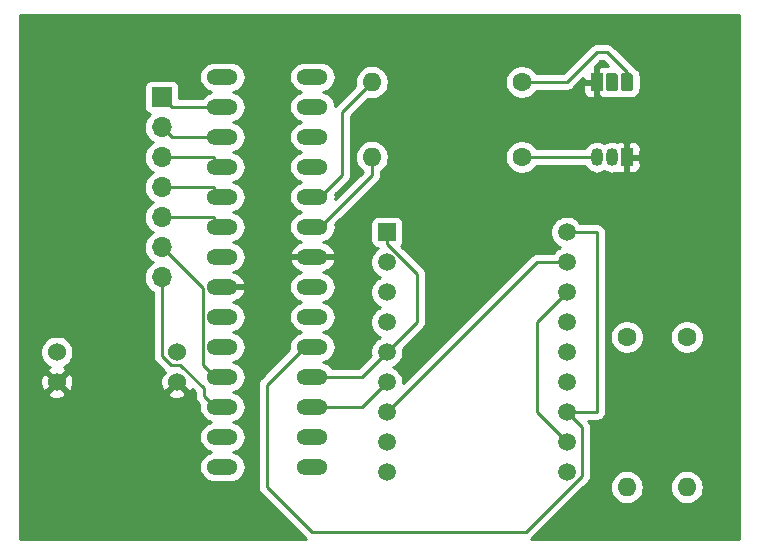
<source format=gbl>
G04 #@! TF.GenerationSoftware,KiCad,Pcbnew,(5.1.2-1)-1*
G04 #@! TF.CreationDate,2020-06-28T11:55:39+09:00*
G04 #@! TF.ProjectId,7seg_module,37736567-5f6d-46f6-9475-6c652e6b6963,rev?*
G04 #@! TF.SameCoordinates,Original*
G04 #@! TF.FileFunction,Copper,L2,Bot*
G04 #@! TF.FilePolarity,Positive*
%FSLAX46Y46*%
G04 Gerber Fmt 4.6, Leading zero omitted, Abs format (unit mm)*
G04 Created by KiCad (PCBNEW (5.1.2-1)-1) date 2020-06-28 11:55:39*
%MOMM*%
%LPD*%
G04 APERTURE LIST*
%ADD10C,1.524000*%
%ADD11R,1.700000X1.700000*%
%ADD12O,1.700000X1.700000*%
%ADD13C,0.100000*%
%ADD14C,1.050000*%
%ADD15R,1.050000X1.500000*%
%ADD16O,1.050000X1.500000*%
%ADD17C,1.600000*%
%ADD18O,1.600000X1.600000*%
%ADD19R,1.500000X1.500000*%
%ADD20C,1.500000*%
%ADD21O,2.641600X1.320800*%
%ADD22C,0.250000*%
%ADD23C,0.254000*%
G04 APERTURE END LIST*
D10*
X110490000Y-72390000D03*
X110490000Y-74930000D03*
X120650000Y-72390000D03*
X120650000Y-74930000D03*
D11*
X119380000Y-50800000D03*
D12*
X119380000Y-53340000D03*
X119380000Y-55880000D03*
X119380000Y-58420000D03*
X119380000Y-60960000D03*
X119380000Y-63500000D03*
X119380000Y-66040000D03*
D13*
G36*
X157768229Y-48781264D02*
G01*
X157793711Y-48785044D01*
X157818700Y-48791303D01*
X157842954Y-48799982D01*
X157866242Y-48810996D01*
X157888337Y-48824239D01*
X157909028Y-48839585D01*
X157928116Y-48856884D01*
X157945415Y-48875972D01*
X157960761Y-48896663D01*
X157974004Y-48918758D01*
X157985018Y-48942046D01*
X157993697Y-48966300D01*
X157999956Y-48991289D01*
X158003736Y-49016771D01*
X158005000Y-49042500D01*
X158005000Y-50017500D01*
X158003736Y-50043229D01*
X157999956Y-50068711D01*
X157993697Y-50093700D01*
X157985018Y-50117954D01*
X157974004Y-50141242D01*
X157960761Y-50163337D01*
X157945415Y-50184028D01*
X157928116Y-50203116D01*
X157909028Y-50220415D01*
X157888337Y-50235761D01*
X157866242Y-50249004D01*
X157842954Y-50260018D01*
X157818700Y-50268697D01*
X157793711Y-50274956D01*
X157768229Y-50278736D01*
X157742500Y-50280000D01*
X157217500Y-50280000D01*
X157191771Y-50278736D01*
X157166289Y-50274956D01*
X157141300Y-50268697D01*
X157117046Y-50260018D01*
X157093758Y-50249004D01*
X157071663Y-50235761D01*
X157050972Y-50220415D01*
X157031884Y-50203116D01*
X157014585Y-50184028D01*
X156999239Y-50163337D01*
X156985996Y-50141242D01*
X156974982Y-50117954D01*
X156966303Y-50093700D01*
X156960044Y-50068711D01*
X156956264Y-50043229D01*
X156955000Y-50017500D01*
X156955000Y-49042500D01*
X156956264Y-49016771D01*
X156960044Y-48991289D01*
X156966303Y-48966300D01*
X156974982Y-48942046D01*
X156985996Y-48918758D01*
X156999239Y-48896663D01*
X157014585Y-48875972D01*
X157031884Y-48856884D01*
X157050972Y-48839585D01*
X157071663Y-48824239D01*
X157093758Y-48810996D01*
X157117046Y-48799982D01*
X157141300Y-48791303D01*
X157166289Y-48785044D01*
X157191771Y-48781264D01*
X157217500Y-48780000D01*
X157742500Y-48780000D01*
X157768229Y-48781264D01*
X157768229Y-48781264D01*
G37*
D14*
X157480000Y-49530000D03*
D13*
G36*
X159038229Y-48781264D02*
G01*
X159063711Y-48785044D01*
X159088700Y-48791303D01*
X159112954Y-48799982D01*
X159136242Y-48810996D01*
X159158337Y-48824239D01*
X159179028Y-48839585D01*
X159198116Y-48856884D01*
X159215415Y-48875972D01*
X159230761Y-48896663D01*
X159244004Y-48918758D01*
X159255018Y-48942046D01*
X159263697Y-48966300D01*
X159269956Y-48991289D01*
X159273736Y-49016771D01*
X159275000Y-49042500D01*
X159275000Y-50017500D01*
X159273736Y-50043229D01*
X159269956Y-50068711D01*
X159263697Y-50093700D01*
X159255018Y-50117954D01*
X159244004Y-50141242D01*
X159230761Y-50163337D01*
X159215415Y-50184028D01*
X159198116Y-50203116D01*
X159179028Y-50220415D01*
X159158337Y-50235761D01*
X159136242Y-50249004D01*
X159112954Y-50260018D01*
X159088700Y-50268697D01*
X159063711Y-50274956D01*
X159038229Y-50278736D01*
X159012500Y-50280000D01*
X158487500Y-50280000D01*
X158461771Y-50278736D01*
X158436289Y-50274956D01*
X158411300Y-50268697D01*
X158387046Y-50260018D01*
X158363758Y-50249004D01*
X158341663Y-50235761D01*
X158320972Y-50220415D01*
X158301884Y-50203116D01*
X158284585Y-50184028D01*
X158269239Y-50163337D01*
X158255996Y-50141242D01*
X158244982Y-50117954D01*
X158236303Y-50093700D01*
X158230044Y-50068711D01*
X158226264Y-50043229D01*
X158225000Y-50017500D01*
X158225000Y-49042500D01*
X158226264Y-49016771D01*
X158230044Y-48991289D01*
X158236303Y-48966300D01*
X158244982Y-48942046D01*
X158255996Y-48918758D01*
X158269239Y-48896663D01*
X158284585Y-48875972D01*
X158301884Y-48856884D01*
X158320972Y-48839585D01*
X158341663Y-48824239D01*
X158363758Y-48810996D01*
X158387046Y-48799982D01*
X158411300Y-48791303D01*
X158436289Y-48785044D01*
X158461771Y-48781264D01*
X158487500Y-48780000D01*
X159012500Y-48780000D01*
X159038229Y-48781264D01*
X159038229Y-48781264D01*
G37*
D14*
X158750000Y-49530000D03*
D15*
X156210000Y-49530000D03*
X158750000Y-55880000D03*
D16*
X156210000Y-55880000D03*
X157480000Y-55880000D03*
D17*
X163830000Y-71120000D03*
D18*
X163830000Y-83820000D03*
X137160000Y-55880000D03*
D17*
X149860000Y-55880000D03*
X149860000Y-49530000D03*
D18*
X137160000Y-49530000D03*
X158750000Y-83820000D03*
D17*
X158750000Y-71120000D03*
D19*
X138430000Y-62230000D03*
D20*
X138430000Y-64770000D03*
X138430000Y-67310000D03*
X138430000Y-69850000D03*
X138430000Y-72390000D03*
X138430000Y-74930000D03*
X138430000Y-77470000D03*
X138430000Y-80010000D03*
X138430000Y-82550000D03*
X153670000Y-82550000D03*
X153670000Y-80010000D03*
X153670000Y-77470000D03*
X153670000Y-74930000D03*
X153670000Y-72390000D03*
X153670000Y-69850000D03*
X153670000Y-67310000D03*
X153670000Y-64770000D03*
X153670000Y-62230000D03*
D21*
X124510800Y-49085501D03*
X124510800Y-51625501D03*
X124510800Y-54165501D03*
X124510800Y-56705501D03*
X124510800Y-59245501D03*
X124510800Y-61785501D03*
X124510800Y-64325501D03*
X124510800Y-66865501D03*
X124510800Y-69405501D03*
X124510800Y-71945501D03*
X124510800Y-74485501D03*
X124510800Y-77025501D03*
X124510800Y-79565501D03*
X124510800Y-82105501D03*
X132130800Y-82105501D03*
X132130800Y-79565501D03*
X132130800Y-77025501D03*
X132130800Y-74485501D03*
X132130800Y-71945501D03*
X132130800Y-69405501D03*
X132130800Y-66865501D03*
X132130800Y-64325501D03*
X132130800Y-61785501D03*
X132130800Y-59245501D03*
X132130800Y-56705501D03*
X132130800Y-54165501D03*
X132130800Y-51625501D03*
X132130800Y-49085501D03*
D22*
X158750000Y-54880000D02*
X158750000Y-55880000D01*
X158750000Y-53070000D02*
X158750000Y-54880000D01*
X156210000Y-50530000D02*
X158750000Y-53070000D01*
X156210000Y-49530000D02*
X156210000Y-50530000D01*
X120205501Y-51625501D02*
X119380000Y-50800000D01*
X124510800Y-51625501D02*
X120205501Y-51625501D01*
X120205501Y-54165501D02*
X119380000Y-53340000D01*
X124510800Y-54165501D02*
X120205501Y-54165501D01*
X123685299Y-55880000D02*
X124510800Y-56705501D01*
X119380000Y-55880000D02*
X123685299Y-55880000D01*
X123685299Y-58420000D02*
X124510800Y-59245501D01*
X119380000Y-58420000D02*
X123685299Y-58420000D01*
X123685299Y-60960000D02*
X124510800Y-61785501D01*
X119380000Y-60960000D02*
X123685299Y-60960000D01*
X122864990Y-66984990D02*
X122864990Y-73500091D01*
X123850400Y-74485501D02*
X124510800Y-74485501D01*
X122864990Y-73500091D02*
X123850400Y-74485501D01*
X119380000Y-63500000D02*
X122864990Y-66984990D01*
X123850400Y-77025501D02*
X124510800Y-77025501D01*
X122940000Y-76115101D02*
X123850400Y-77025501D01*
X120962300Y-73477001D02*
X122940000Y-75454701D01*
X120128239Y-73477001D02*
X120962300Y-73477001D01*
X119380000Y-72728762D02*
X120128239Y-73477001D01*
X122940000Y-75454701D02*
X122940000Y-76115101D01*
X119380000Y-66040000D02*
X119380000Y-72728762D01*
X149860000Y-49530000D02*
X153670000Y-49530000D01*
X153670000Y-49530000D02*
X156210000Y-46990000D01*
X157060000Y-46990000D02*
X158750000Y-48680000D01*
X158750000Y-48680000D02*
X158750000Y-49530000D01*
X156210000Y-46990000D02*
X157060000Y-46990000D01*
X149860000Y-55880000D02*
X156210000Y-55880000D01*
X137160000Y-57011370D02*
X137160000Y-55880000D01*
X137160000Y-57416701D02*
X137160000Y-57011370D01*
X132791200Y-61785501D02*
X137160000Y-57416701D01*
X132130800Y-61785501D02*
X132791200Y-61785501D01*
X132791200Y-59245501D02*
X134620000Y-57416701D01*
X132130800Y-59245501D02*
X132791200Y-59245501D01*
X134620000Y-52070000D02*
X137160000Y-49530000D01*
X134620000Y-57416701D02*
X134620000Y-52070000D01*
X136334499Y-74485501D02*
X138430000Y-72390000D01*
X132130800Y-74485501D02*
X136334499Y-74485501D01*
X138430000Y-72390000D02*
X140970000Y-69850000D01*
X138430000Y-63230000D02*
X138430000Y-62230000D01*
X140970000Y-65770000D02*
X138430000Y-63230000D01*
X140970000Y-69850000D02*
X140970000Y-65770000D01*
X136334499Y-77025501D02*
X138430000Y-74930000D01*
X132130800Y-77025501D02*
X136334499Y-77025501D01*
X151130000Y-64770000D02*
X138430000Y-77470000D01*
X153670000Y-64770000D02*
X151130000Y-64770000D01*
X153670000Y-67310000D02*
X151130000Y-69850000D01*
X151130000Y-77470000D02*
X153670000Y-80010000D01*
X151130000Y-69850000D02*
X151130000Y-77470000D01*
X153670000Y-62230000D02*
X156210000Y-62230000D01*
X156210000Y-62230000D02*
X156210000Y-77470000D01*
X156210000Y-77470000D02*
X153670000Y-77470000D01*
X132130800Y-71945501D02*
X132791200Y-71945501D01*
X131470400Y-71945501D02*
X132130800Y-71945501D01*
X128270000Y-75145901D02*
X131470400Y-71945501D01*
X154940000Y-82871002D02*
X150181002Y-87630000D01*
X128270000Y-83820000D02*
X128270000Y-75145901D01*
X132080000Y-87630000D02*
X128270000Y-83820000D01*
X154940000Y-78740000D02*
X154940000Y-82871002D01*
X150181002Y-87630000D02*
X132080000Y-87630000D01*
X153670000Y-77470000D02*
X154940000Y-78740000D01*
D23*
G36*
X168250000Y-87662418D02*
G01*
X168250001Y-87662428D01*
X168250001Y-88240000D01*
X150635709Y-88240000D01*
X150721003Y-88170001D01*
X150744806Y-88140997D01*
X155065803Y-83820000D01*
X157308057Y-83820000D01*
X157335764Y-84101309D01*
X157417818Y-84371808D01*
X157551068Y-84621101D01*
X157730392Y-84839608D01*
X157948899Y-85018932D01*
X158198192Y-85152182D01*
X158468691Y-85234236D01*
X158679508Y-85255000D01*
X158820492Y-85255000D01*
X159031309Y-85234236D01*
X159301808Y-85152182D01*
X159551101Y-85018932D01*
X159769608Y-84839608D01*
X159948932Y-84621101D01*
X160082182Y-84371808D01*
X160164236Y-84101309D01*
X160191943Y-83820000D01*
X162388057Y-83820000D01*
X162415764Y-84101309D01*
X162497818Y-84371808D01*
X162631068Y-84621101D01*
X162810392Y-84839608D01*
X163028899Y-85018932D01*
X163278192Y-85152182D01*
X163548691Y-85234236D01*
X163759508Y-85255000D01*
X163900492Y-85255000D01*
X164111309Y-85234236D01*
X164381808Y-85152182D01*
X164631101Y-85018932D01*
X164849608Y-84839608D01*
X165028932Y-84621101D01*
X165162182Y-84371808D01*
X165244236Y-84101309D01*
X165271943Y-83820000D01*
X165244236Y-83538691D01*
X165162182Y-83268192D01*
X165028932Y-83018899D01*
X164849608Y-82800392D01*
X164631101Y-82621068D01*
X164381808Y-82487818D01*
X164111309Y-82405764D01*
X163900492Y-82385000D01*
X163759508Y-82385000D01*
X163548691Y-82405764D01*
X163278192Y-82487818D01*
X163028899Y-82621068D01*
X162810392Y-82800392D01*
X162631068Y-83018899D01*
X162497818Y-83268192D01*
X162415764Y-83538691D01*
X162388057Y-83820000D01*
X160191943Y-83820000D01*
X160164236Y-83538691D01*
X160082182Y-83268192D01*
X159948932Y-83018899D01*
X159769608Y-82800392D01*
X159551101Y-82621068D01*
X159301808Y-82487818D01*
X159031309Y-82405764D01*
X158820492Y-82385000D01*
X158679508Y-82385000D01*
X158468691Y-82405764D01*
X158198192Y-82487818D01*
X157948899Y-82621068D01*
X157730392Y-82800392D01*
X157551068Y-83018899D01*
X157417818Y-83268192D01*
X157335764Y-83538691D01*
X157308057Y-83820000D01*
X155065803Y-83820000D01*
X155451003Y-83434801D01*
X155480001Y-83411003D01*
X155574974Y-83295278D01*
X155645546Y-83163249D01*
X155689003Y-83019988D01*
X155700000Y-82908335D01*
X155703677Y-82871002D01*
X155700000Y-82833669D01*
X155700000Y-78777322D01*
X155703676Y-78739999D01*
X155700000Y-78702676D01*
X155700000Y-78702667D01*
X155689003Y-78591014D01*
X155645546Y-78447753D01*
X155574974Y-78315724D01*
X155504622Y-78230000D01*
X156172667Y-78230000D01*
X156210000Y-78233677D01*
X156257517Y-78228997D01*
X156358986Y-78219003D01*
X156502247Y-78175546D01*
X156634276Y-78104974D01*
X156750001Y-78010001D01*
X156844974Y-77894276D01*
X156915546Y-77762247D01*
X156959003Y-77618986D01*
X156973677Y-77470000D01*
X156970000Y-77432667D01*
X156970000Y-70978665D01*
X157315000Y-70978665D01*
X157315000Y-71261335D01*
X157370147Y-71538574D01*
X157478320Y-71799727D01*
X157635363Y-72034759D01*
X157835241Y-72234637D01*
X158070273Y-72391680D01*
X158331426Y-72499853D01*
X158608665Y-72555000D01*
X158891335Y-72555000D01*
X159168574Y-72499853D01*
X159429727Y-72391680D01*
X159664759Y-72234637D01*
X159864637Y-72034759D01*
X160021680Y-71799727D01*
X160129853Y-71538574D01*
X160185000Y-71261335D01*
X160185000Y-70978665D01*
X162395000Y-70978665D01*
X162395000Y-71261335D01*
X162450147Y-71538574D01*
X162558320Y-71799727D01*
X162715363Y-72034759D01*
X162915241Y-72234637D01*
X163150273Y-72391680D01*
X163411426Y-72499853D01*
X163688665Y-72555000D01*
X163971335Y-72555000D01*
X164248574Y-72499853D01*
X164509727Y-72391680D01*
X164744759Y-72234637D01*
X164944637Y-72034759D01*
X165101680Y-71799727D01*
X165209853Y-71538574D01*
X165265000Y-71261335D01*
X165265000Y-70978665D01*
X165209853Y-70701426D01*
X165101680Y-70440273D01*
X164944637Y-70205241D01*
X164744759Y-70005363D01*
X164509727Y-69848320D01*
X164248574Y-69740147D01*
X163971335Y-69685000D01*
X163688665Y-69685000D01*
X163411426Y-69740147D01*
X163150273Y-69848320D01*
X162915241Y-70005363D01*
X162715363Y-70205241D01*
X162558320Y-70440273D01*
X162450147Y-70701426D01*
X162395000Y-70978665D01*
X160185000Y-70978665D01*
X160129853Y-70701426D01*
X160021680Y-70440273D01*
X159864637Y-70205241D01*
X159664759Y-70005363D01*
X159429727Y-69848320D01*
X159168574Y-69740147D01*
X158891335Y-69685000D01*
X158608665Y-69685000D01*
X158331426Y-69740147D01*
X158070273Y-69848320D01*
X157835241Y-70005363D01*
X157635363Y-70205241D01*
X157478320Y-70440273D01*
X157370147Y-70701426D01*
X157315000Y-70978665D01*
X156970000Y-70978665D01*
X156970000Y-62267333D01*
X156973677Y-62230000D01*
X156959003Y-62081014D01*
X156915546Y-61937753D01*
X156844974Y-61805724D01*
X156750001Y-61689999D01*
X156634276Y-61595026D01*
X156502247Y-61524454D01*
X156358986Y-61480997D01*
X156247333Y-61470000D01*
X156210000Y-61466323D01*
X156172667Y-61470000D01*
X154827909Y-61470000D01*
X154745799Y-61347114D01*
X154552886Y-61154201D01*
X154326043Y-61002629D01*
X154073989Y-60898225D01*
X153806411Y-60845000D01*
X153533589Y-60845000D01*
X153266011Y-60898225D01*
X153013957Y-61002629D01*
X152787114Y-61154201D01*
X152594201Y-61347114D01*
X152442629Y-61573957D01*
X152338225Y-61826011D01*
X152285000Y-62093589D01*
X152285000Y-62366411D01*
X152338225Y-62633989D01*
X152442629Y-62886043D01*
X152594201Y-63112886D01*
X152787114Y-63305799D01*
X153013957Y-63457371D01*
X153116873Y-63500000D01*
X153013957Y-63542629D01*
X152787114Y-63694201D01*
X152594201Y-63887114D01*
X152512091Y-64010000D01*
X151167322Y-64010000D01*
X151129999Y-64006324D01*
X151092676Y-64010000D01*
X151092667Y-64010000D01*
X150981014Y-64020997D01*
X150837753Y-64064454D01*
X150705724Y-64135026D01*
X150589999Y-64229999D01*
X150566201Y-64258997D01*
X139815000Y-75010199D01*
X139815000Y-74793589D01*
X139761775Y-74526011D01*
X139657371Y-74273957D01*
X139505799Y-74047114D01*
X139312886Y-73854201D01*
X139086043Y-73702629D01*
X138983127Y-73660000D01*
X139086043Y-73617371D01*
X139312886Y-73465799D01*
X139505799Y-73272886D01*
X139657371Y-73046043D01*
X139761775Y-72793989D01*
X139815000Y-72526411D01*
X139815000Y-72253589D01*
X139786167Y-72108635D01*
X141481009Y-70413794D01*
X141510001Y-70390001D01*
X141533795Y-70361008D01*
X141533799Y-70361004D01*
X141604973Y-70274277D01*
X141604974Y-70274276D01*
X141675546Y-70142247D01*
X141719003Y-69998986D01*
X141730000Y-69887333D01*
X141730000Y-69887324D01*
X141733676Y-69850001D01*
X141730000Y-69812678D01*
X141730000Y-65807322D01*
X141733676Y-65769999D01*
X141730000Y-65732676D01*
X141730000Y-65732667D01*
X141719003Y-65621014D01*
X141675546Y-65477753D01*
X141604974Y-65345724D01*
X141551859Y-65281003D01*
X141533799Y-65258996D01*
X141533795Y-65258992D01*
X141510001Y-65229999D01*
X141481008Y-65206205D01*
X139664902Y-63390101D01*
X139710537Y-63334494D01*
X139769502Y-63224180D01*
X139805812Y-63104482D01*
X139818072Y-62980000D01*
X139818072Y-61480000D01*
X139805812Y-61355518D01*
X139769502Y-61235820D01*
X139710537Y-61125506D01*
X139631185Y-61028815D01*
X139534494Y-60949463D01*
X139424180Y-60890498D01*
X139304482Y-60854188D01*
X139180000Y-60841928D01*
X137680000Y-60841928D01*
X137555518Y-60854188D01*
X137435820Y-60890498D01*
X137325506Y-60949463D01*
X137228815Y-61028815D01*
X137149463Y-61125506D01*
X137090498Y-61235820D01*
X137054188Y-61355518D01*
X137041928Y-61480000D01*
X137041928Y-62980000D01*
X137054188Y-63104482D01*
X137090498Y-63224180D01*
X137149463Y-63334494D01*
X137228815Y-63431185D01*
X137325506Y-63510537D01*
X137435820Y-63569502D01*
X137555518Y-63605812D01*
X137663483Y-63616445D01*
X137547114Y-63694201D01*
X137354201Y-63887114D01*
X137202629Y-64113957D01*
X137098225Y-64366011D01*
X137045000Y-64633589D01*
X137045000Y-64906411D01*
X137098225Y-65173989D01*
X137202629Y-65426043D01*
X137354201Y-65652886D01*
X137547114Y-65845799D01*
X137773957Y-65997371D01*
X137876873Y-66040000D01*
X137773957Y-66082629D01*
X137547114Y-66234201D01*
X137354201Y-66427114D01*
X137202629Y-66653957D01*
X137098225Y-66906011D01*
X137045000Y-67173589D01*
X137045000Y-67446411D01*
X137098225Y-67713989D01*
X137202629Y-67966043D01*
X137354201Y-68192886D01*
X137547114Y-68385799D01*
X137773957Y-68537371D01*
X137876873Y-68580000D01*
X137773957Y-68622629D01*
X137547114Y-68774201D01*
X137354201Y-68967114D01*
X137202629Y-69193957D01*
X137098225Y-69446011D01*
X137045000Y-69713589D01*
X137045000Y-69986411D01*
X137098225Y-70253989D01*
X137202629Y-70506043D01*
X137354201Y-70732886D01*
X137547114Y-70925799D01*
X137773957Y-71077371D01*
X137876873Y-71120000D01*
X137773957Y-71162629D01*
X137547114Y-71314201D01*
X137354201Y-71507114D01*
X137202629Y-71733957D01*
X137098225Y-71986011D01*
X137045000Y-72253589D01*
X137045000Y-72526411D01*
X137073833Y-72671365D01*
X136019698Y-73725501D01*
X133843269Y-73725501D01*
X133711618Y-73565083D01*
X133514367Y-73403204D01*
X133289326Y-73282918D01*
X133067085Y-73215501D01*
X133289326Y-73148084D01*
X133514367Y-73027798D01*
X133711618Y-72865919D01*
X133873497Y-72668668D01*
X133993783Y-72443627D01*
X134067856Y-72199444D01*
X134092867Y-71945501D01*
X134067856Y-71691558D01*
X133993783Y-71447375D01*
X133873497Y-71222334D01*
X133711618Y-71025083D01*
X133514367Y-70863204D01*
X133289326Y-70742918D01*
X133067085Y-70675501D01*
X133289326Y-70608084D01*
X133514367Y-70487798D01*
X133711618Y-70325919D01*
X133873497Y-70128668D01*
X133993783Y-69903627D01*
X134067856Y-69659444D01*
X134092867Y-69405501D01*
X134067856Y-69151558D01*
X133993783Y-68907375D01*
X133873497Y-68682334D01*
X133711618Y-68485083D01*
X133514367Y-68323204D01*
X133289326Y-68202918D01*
X133067085Y-68135501D01*
X133289326Y-68068084D01*
X133514367Y-67947798D01*
X133711618Y-67785919D01*
X133873497Y-67588668D01*
X133993783Y-67363627D01*
X134067856Y-67119444D01*
X134092867Y-66865501D01*
X134067856Y-66611558D01*
X133993783Y-66367375D01*
X133873497Y-66142334D01*
X133711618Y-65945083D01*
X133514367Y-65783204D01*
X133289326Y-65662918D01*
X133058823Y-65592995D01*
X133168480Y-65571234D01*
X133404261Y-65473694D01*
X133616483Y-65332030D01*
X133796989Y-65151685D01*
X133938844Y-64939590D01*
X134036595Y-64703896D01*
X134044620Y-64652606D01*
X133920733Y-64452501D01*
X132257800Y-64452501D01*
X132257800Y-64472501D01*
X132003800Y-64472501D01*
X132003800Y-64452501D01*
X130340867Y-64452501D01*
X130216980Y-64652606D01*
X130225005Y-64703896D01*
X130322756Y-64939590D01*
X130464611Y-65151685D01*
X130645117Y-65332030D01*
X130857339Y-65473694D01*
X131093120Y-65571234D01*
X131202777Y-65592995D01*
X130972274Y-65662918D01*
X130747233Y-65783204D01*
X130549982Y-65945083D01*
X130388103Y-66142334D01*
X130267817Y-66367375D01*
X130193744Y-66611558D01*
X130168733Y-66865501D01*
X130193744Y-67119444D01*
X130267817Y-67363627D01*
X130388103Y-67588668D01*
X130549982Y-67785919D01*
X130747233Y-67947798D01*
X130972274Y-68068084D01*
X131194515Y-68135501D01*
X130972274Y-68202918D01*
X130747233Y-68323204D01*
X130549982Y-68485083D01*
X130388103Y-68682334D01*
X130267817Y-68907375D01*
X130193744Y-69151558D01*
X130168733Y-69405501D01*
X130193744Y-69659444D01*
X130267817Y-69903627D01*
X130388103Y-70128668D01*
X130549982Y-70325919D01*
X130747233Y-70487798D01*
X130972274Y-70608084D01*
X131194515Y-70675501D01*
X130972274Y-70742918D01*
X130747233Y-70863204D01*
X130549982Y-71025083D01*
X130388103Y-71222334D01*
X130267817Y-71447375D01*
X130193744Y-71691558D01*
X130168733Y-71945501D01*
X130189074Y-72152026D01*
X127758998Y-74582102D01*
X127730000Y-74605900D01*
X127706202Y-74634898D01*
X127706201Y-74634899D01*
X127635026Y-74721625D01*
X127564454Y-74853655D01*
X127545937Y-74914700D01*
X127520998Y-74996915D01*
X127514153Y-75066411D01*
X127506324Y-75145901D01*
X127510001Y-75183233D01*
X127510000Y-83782678D01*
X127506324Y-83820000D01*
X127510000Y-83857322D01*
X127510000Y-83857332D01*
X127520997Y-83968985D01*
X127561136Y-84101309D01*
X127564454Y-84112246D01*
X127635026Y-84244276D01*
X127674871Y-84292826D01*
X127729999Y-84360001D01*
X127759003Y-84383804D01*
X131516201Y-88141003D01*
X131539999Y-88170001D01*
X131625293Y-88240000D01*
X107340000Y-88240000D01*
X107340000Y-75895565D01*
X109704040Y-75895565D01*
X109771020Y-76135656D01*
X110020048Y-76252756D01*
X110287135Y-76319023D01*
X110562017Y-76331910D01*
X110834133Y-76290922D01*
X111093023Y-76197636D01*
X111208980Y-76135656D01*
X111275960Y-75895565D01*
X119864040Y-75895565D01*
X119931020Y-76135656D01*
X120180048Y-76252756D01*
X120447135Y-76319023D01*
X120722017Y-76331910D01*
X120994133Y-76290922D01*
X121253023Y-76197636D01*
X121368980Y-76135656D01*
X121435960Y-75895565D01*
X120650000Y-75109605D01*
X119864040Y-75895565D01*
X111275960Y-75895565D01*
X110490000Y-75109605D01*
X109704040Y-75895565D01*
X107340000Y-75895565D01*
X107340000Y-75002017D01*
X109088090Y-75002017D01*
X109129078Y-75274133D01*
X109222364Y-75533023D01*
X109284344Y-75648980D01*
X109524435Y-75715960D01*
X110310395Y-74930000D01*
X110669605Y-74930000D01*
X111455565Y-75715960D01*
X111695656Y-75648980D01*
X111812756Y-75399952D01*
X111879023Y-75132865D01*
X111891910Y-74857983D01*
X111850922Y-74585867D01*
X111757636Y-74326977D01*
X111695656Y-74211020D01*
X111455565Y-74144040D01*
X110669605Y-74930000D01*
X110310395Y-74930000D01*
X109524435Y-74144040D01*
X109284344Y-74211020D01*
X109167244Y-74460048D01*
X109100977Y-74727135D01*
X109088090Y-75002017D01*
X107340000Y-75002017D01*
X107340000Y-72252408D01*
X109093000Y-72252408D01*
X109093000Y-72527592D01*
X109146686Y-72797490D01*
X109251995Y-73051727D01*
X109404880Y-73280535D01*
X109599465Y-73475120D01*
X109828273Y-73628005D01*
X109899943Y-73657692D01*
X109886977Y-73662364D01*
X109771020Y-73724344D01*
X109704040Y-73964435D01*
X110490000Y-74750395D01*
X111275960Y-73964435D01*
X111208980Y-73724344D01*
X111073240Y-73660515D01*
X111151727Y-73628005D01*
X111380535Y-73475120D01*
X111575120Y-73280535D01*
X111728005Y-73051727D01*
X111833314Y-72797490D01*
X111887000Y-72527592D01*
X111887000Y-72252408D01*
X111833314Y-71982510D01*
X111728005Y-71728273D01*
X111575120Y-71499465D01*
X111380535Y-71304880D01*
X111151727Y-71151995D01*
X110897490Y-71046686D01*
X110627592Y-70993000D01*
X110352408Y-70993000D01*
X110082510Y-71046686D01*
X109828273Y-71151995D01*
X109599465Y-71304880D01*
X109404880Y-71499465D01*
X109251995Y-71728273D01*
X109146686Y-71982510D01*
X109093000Y-72252408D01*
X107340000Y-72252408D01*
X107340000Y-53340000D01*
X117887815Y-53340000D01*
X117916487Y-53631111D01*
X118001401Y-53911034D01*
X118139294Y-54169014D01*
X118324866Y-54395134D01*
X118550986Y-54580706D01*
X118605791Y-54610000D01*
X118550986Y-54639294D01*
X118324866Y-54824866D01*
X118139294Y-55050986D01*
X118001401Y-55308966D01*
X117916487Y-55588889D01*
X117887815Y-55880000D01*
X117916487Y-56171111D01*
X118001401Y-56451034D01*
X118139294Y-56709014D01*
X118324866Y-56935134D01*
X118550986Y-57120706D01*
X118605791Y-57150000D01*
X118550986Y-57179294D01*
X118324866Y-57364866D01*
X118139294Y-57590986D01*
X118001401Y-57848966D01*
X117916487Y-58128889D01*
X117887815Y-58420000D01*
X117916487Y-58711111D01*
X118001401Y-58991034D01*
X118139294Y-59249014D01*
X118324866Y-59475134D01*
X118550986Y-59660706D01*
X118605791Y-59690000D01*
X118550986Y-59719294D01*
X118324866Y-59904866D01*
X118139294Y-60130986D01*
X118001401Y-60388966D01*
X117916487Y-60668889D01*
X117887815Y-60960000D01*
X117916487Y-61251111D01*
X118001401Y-61531034D01*
X118139294Y-61789014D01*
X118324866Y-62015134D01*
X118550986Y-62200706D01*
X118605791Y-62230000D01*
X118550986Y-62259294D01*
X118324866Y-62444866D01*
X118139294Y-62670986D01*
X118001401Y-62928966D01*
X117916487Y-63208889D01*
X117887815Y-63500000D01*
X117916487Y-63791111D01*
X118001401Y-64071034D01*
X118139294Y-64329014D01*
X118324866Y-64555134D01*
X118550986Y-64740706D01*
X118605791Y-64770000D01*
X118550986Y-64799294D01*
X118324866Y-64984866D01*
X118139294Y-65210986D01*
X118001401Y-65468966D01*
X117916487Y-65748889D01*
X117887815Y-66040000D01*
X117916487Y-66331111D01*
X118001401Y-66611034D01*
X118139294Y-66869014D01*
X118324866Y-67095134D01*
X118550986Y-67280706D01*
X118620000Y-67317595D01*
X118620001Y-72691430D01*
X118616324Y-72728762D01*
X118620001Y-72766095D01*
X118624747Y-72814276D01*
X118630998Y-72877747D01*
X118674454Y-73021008D01*
X118745026Y-73153038D01*
X118801751Y-73222157D01*
X118840000Y-73268763D01*
X118868998Y-73292561D01*
X119564440Y-73988003D01*
X119583917Y-74011737D01*
X119568023Y-74027631D01*
X119684433Y-74144041D01*
X119444344Y-74211020D01*
X119327244Y-74460048D01*
X119260977Y-74727135D01*
X119248090Y-75002017D01*
X119289078Y-75274133D01*
X119382364Y-75533023D01*
X119444344Y-75648980D01*
X119684435Y-75715960D01*
X120470395Y-74930000D01*
X120456253Y-74915858D01*
X120635858Y-74736253D01*
X120650000Y-74750395D01*
X120664143Y-74736253D01*
X120843748Y-74915858D01*
X120829605Y-74930000D01*
X121615565Y-75715960D01*
X121855656Y-75648980D01*
X121920845Y-75510348D01*
X122180000Y-75769503D01*
X122180000Y-76077779D01*
X122176324Y-76115101D01*
X122180000Y-76152423D01*
X122180000Y-76152434D01*
X122190997Y-76264087D01*
X122211571Y-76331910D01*
X122234454Y-76407347D01*
X122305026Y-76539377D01*
X122355783Y-76601224D01*
X122400000Y-76655102D01*
X122428998Y-76678900D01*
X122569074Y-76818976D01*
X122548733Y-77025501D01*
X122573744Y-77279444D01*
X122647817Y-77523627D01*
X122768103Y-77748668D01*
X122929982Y-77945919D01*
X123127233Y-78107798D01*
X123352274Y-78228084D01*
X123574515Y-78295501D01*
X123352274Y-78362918D01*
X123127233Y-78483204D01*
X122929982Y-78645083D01*
X122768103Y-78842334D01*
X122647817Y-79067375D01*
X122573744Y-79311558D01*
X122548733Y-79565501D01*
X122573744Y-79819444D01*
X122647817Y-80063627D01*
X122768103Y-80288668D01*
X122929982Y-80485919D01*
X123127233Y-80647798D01*
X123352274Y-80768084D01*
X123574515Y-80835501D01*
X123352274Y-80902918D01*
X123127233Y-81023204D01*
X122929982Y-81185083D01*
X122768103Y-81382334D01*
X122647817Y-81607375D01*
X122573744Y-81851558D01*
X122548733Y-82105501D01*
X122573744Y-82359444D01*
X122647817Y-82603627D01*
X122768103Y-82828668D01*
X122929982Y-83025919D01*
X123127233Y-83187798D01*
X123352274Y-83308084D01*
X123596457Y-83382157D01*
X123786770Y-83400901D01*
X125234830Y-83400901D01*
X125425143Y-83382157D01*
X125669326Y-83308084D01*
X125894367Y-83187798D01*
X126091618Y-83025919D01*
X126253497Y-82828668D01*
X126373783Y-82603627D01*
X126447856Y-82359444D01*
X126472867Y-82105501D01*
X126447856Y-81851558D01*
X126373783Y-81607375D01*
X126253497Y-81382334D01*
X126091618Y-81185083D01*
X125894367Y-81023204D01*
X125669326Y-80902918D01*
X125447085Y-80835501D01*
X125669326Y-80768084D01*
X125894367Y-80647798D01*
X126091618Y-80485919D01*
X126253497Y-80288668D01*
X126373783Y-80063627D01*
X126447856Y-79819444D01*
X126472867Y-79565501D01*
X126447856Y-79311558D01*
X126373783Y-79067375D01*
X126253497Y-78842334D01*
X126091618Y-78645083D01*
X125894367Y-78483204D01*
X125669326Y-78362918D01*
X125447085Y-78295501D01*
X125669326Y-78228084D01*
X125894367Y-78107798D01*
X126091618Y-77945919D01*
X126253497Y-77748668D01*
X126373783Y-77523627D01*
X126447856Y-77279444D01*
X126472867Y-77025501D01*
X126447856Y-76771558D01*
X126373783Y-76527375D01*
X126253497Y-76302334D01*
X126091618Y-76105083D01*
X125894367Y-75943204D01*
X125669326Y-75822918D01*
X125447085Y-75755501D01*
X125669326Y-75688084D01*
X125894367Y-75567798D01*
X126091618Y-75405919D01*
X126253497Y-75208668D01*
X126373783Y-74983627D01*
X126447856Y-74739444D01*
X126472867Y-74485501D01*
X126447856Y-74231558D01*
X126373783Y-73987375D01*
X126253497Y-73762334D01*
X126091618Y-73565083D01*
X125894367Y-73403204D01*
X125669326Y-73282918D01*
X125447085Y-73215501D01*
X125669326Y-73148084D01*
X125894367Y-73027798D01*
X126091618Y-72865919D01*
X126253497Y-72668668D01*
X126373783Y-72443627D01*
X126447856Y-72199444D01*
X126472867Y-71945501D01*
X126447856Y-71691558D01*
X126373783Y-71447375D01*
X126253497Y-71222334D01*
X126091618Y-71025083D01*
X125894367Y-70863204D01*
X125669326Y-70742918D01*
X125447085Y-70675501D01*
X125669326Y-70608084D01*
X125894367Y-70487798D01*
X126091618Y-70325919D01*
X126253497Y-70128668D01*
X126373783Y-69903627D01*
X126447856Y-69659444D01*
X126472867Y-69405501D01*
X126447856Y-69151558D01*
X126373783Y-68907375D01*
X126253497Y-68682334D01*
X126091618Y-68485083D01*
X125894367Y-68323204D01*
X125669326Y-68202918D01*
X125438823Y-68132995D01*
X125548480Y-68111234D01*
X125784261Y-68013694D01*
X125996483Y-67872030D01*
X126176989Y-67691685D01*
X126318844Y-67479590D01*
X126416595Y-67243896D01*
X126424620Y-67192606D01*
X126300733Y-66992501D01*
X124637800Y-66992501D01*
X124637800Y-67012501D01*
X124383800Y-67012501D01*
X124383800Y-66992501D01*
X124363800Y-66992501D01*
X124363800Y-66738501D01*
X124383800Y-66738501D01*
X124383800Y-66718501D01*
X124637800Y-66718501D01*
X124637800Y-66738501D01*
X126300733Y-66738501D01*
X126424620Y-66538396D01*
X126416595Y-66487106D01*
X126318844Y-66251412D01*
X126176989Y-66039317D01*
X125996483Y-65858972D01*
X125784261Y-65717308D01*
X125548480Y-65619768D01*
X125438823Y-65598007D01*
X125669326Y-65528084D01*
X125894367Y-65407798D01*
X126091618Y-65245919D01*
X126253497Y-65048668D01*
X126373783Y-64823627D01*
X126447856Y-64579444D01*
X126472867Y-64325501D01*
X126447856Y-64071558D01*
X126373783Y-63827375D01*
X126253497Y-63602334D01*
X126091618Y-63405083D01*
X125894367Y-63243204D01*
X125669326Y-63122918D01*
X125447085Y-63055501D01*
X125669326Y-62988084D01*
X125894367Y-62867798D01*
X126091618Y-62705919D01*
X126253497Y-62508668D01*
X126373783Y-62283627D01*
X126447856Y-62039444D01*
X126472867Y-61785501D01*
X126447856Y-61531558D01*
X126373783Y-61287375D01*
X126253497Y-61062334D01*
X126091618Y-60865083D01*
X125894367Y-60703204D01*
X125669326Y-60582918D01*
X125447085Y-60515501D01*
X125669326Y-60448084D01*
X125894367Y-60327798D01*
X126091618Y-60165919D01*
X126253497Y-59968668D01*
X126373783Y-59743627D01*
X126447856Y-59499444D01*
X126472867Y-59245501D01*
X126447856Y-58991558D01*
X126373783Y-58747375D01*
X126253497Y-58522334D01*
X126091618Y-58325083D01*
X125894367Y-58163204D01*
X125669326Y-58042918D01*
X125447085Y-57975501D01*
X125669326Y-57908084D01*
X125894367Y-57787798D01*
X126091618Y-57625919D01*
X126253497Y-57428668D01*
X126373783Y-57203627D01*
X126447856Y-56959444D01*
X126472867Y-56705501D01*
X126447856Y-56451558D01*
X126373783Y-56207375D01*
X126253497Y-55982334D01*
X126091618Y-55785083D01*
X125894367Y-55623204D01*
X125669326Y-55502918D01*
X125447085Y-55435501D01*
X125669326Y-55368084D01*
X125894367Y-55247798D01*
X126091618Y-55085919D01*
X126253497Y-54888668D01*
X126373783Y-54663627D01*
X126447856Y-54419444D01*
X126472867Y-54165501D01*
X126447856Y-53911558D01*
X126373783Y-53667375D01*
X126253497Y-53442334D01*
X126091618Y-53245083D01*
X125894367Y-53083204D01*
X125669326Y-52962918D01*
X125447085Y-52895501D01*
X125669326Y-52828084D01*
X125894367Y-52707798D01*
X126091618Y-52545919D01*
X126253497Y-52348668D01*
X126373783Y-52123627D01*
X126447856Y-51879444D01*
X126472867Y-51625501D01*
X126447856Y-51371558D01*
X126373783Y-51127375D01*
X126253497Y-50902334D01*
X126091618Y-50705083D01*
X125894367Y-50543204D01*
X125669326Y-50422918D01*
X125447085Y-50355501D01*
X125669326Y-50288084D01*
X125894367Y-50167798D01*
X126091618Y-50005919D01*
X126253497Y-49808668D01*
X126373783Y-49583627D01*
X126447856Y-49339444D01*
X126472867Y-49085501D01*
X130168733Y-49085501D01*
X130193744Y-49339444D01*
X130267817Y-49583627D01*
X130388103Y-49808668D01*
X130549982Y-50005919D01*
X130747233Y-50167798D01*
X130972274Y-50288084D01*
X131194515Y-50355501D01*
X130972274Y-50422918D01*
X130747233Y-50543204D01*
X130549982Y-50705083D01*
X130388103Y-50902334D01*
X130267817Y-51127375D01*
X130193744Y-51371558D01*
X130168733Y-51625501D01*
X130193744Y-51879444D01*
X130267817Y-52123627D01*
X130388103Y-52348668D01*
X130549982Y-52545919D01*
X130747233Y-52707798D01*
X130972274Y-52828084D01*
X131194515Y-52895501D01*
X130972274Y-52962918D01*
X130747233Y-53083204D01*
X130549982Y-53245083D01*
X130388103Y-53442334D01*
X130267817Y-53667375D01*
X130193744Y-53911558D01*
X130168733Y-54165501D01*
X130193744Y-54419444D01*
X130267817Y-54663627D01*
X130388103Y-54888668D01*
X130549982Y-55085919D01*
X130747233Y-55247798D01*
X130972274Y-55368084D01*
X131194515Y-55435501D01*
X130972274Y-55502918D01*
X130747233Y-55623204D01*
X130549982Y-55785083D01*
X130388103Y-55982334D01*
X130267817Y-56207375D01*
X130193744Y-56451558D01*
X130168733Y-56705501D01*
X130193744Y-56959444D01*
X130267817Y-57203627D01*
X130388103Y-57428668D01*
X130549982Y-57625919D01*
X130747233Y-57787798D01*
X130972274Y-57908084D01*
X131194515Y-57975501D01*
X130972274Y-58042918D01*
X130747233Y-58163204D01*
X130549982Y-58325083D01*
X130388103Y-58522334D01*
X130267817Y-58747375D01*
X130193744Y-58991558D01*
X130168733Y-59245501D01*
X130193744Y-59499444D01*
X130267817Y-59743627D01*
X130388103Y-59968668D01*
X130549982Y-60165919D01*
X130747233Y-60327798D01*
X130972274Y-60448084D01*
X131194515Y-60515501D01*
X130972274Y-60582918D01*
X130747233Y-60703204D01*
X130549982Y-60865083D01*
X130388103Y-61062334D01*
X130267817Y-61287375D01*
X130193744Y-61531558D01*
X130168733Y-61785501D01*
X130193744Y-62039444D01*
X130267817Y-62283627D01*
X130388103Y-62508668D01*
X130549982Y-62705919D01*
X130747233Y-62867798D01*
X130972274Y-62988084D01*
X131202777Y-63058007D01*
X131093120Y-63079768D01*
X130857339Y-63177308D01*
X130645117Y-63318972D01*
X130464611Y-63499317D01*
X130322756Y-63711412D01*
X130225005Y-63947106D01*
X130216980Y-63998396D01*
X130340867Y-64198501D01*
X132003800Y-64198501D01*
X132003800Y-64178501D01*
X132257800Y-64178501D01*
X132257800Y-64198501D01*
X133920733Y-64198501D01*
X134044620Y-63998396D01*
X134036595Y-63947106D01*
X133938844Y-63711412D01*
X133796989Y-63499317D01*
X133616483Y-63318972D01*
X133404261Y-63177308D01*
X133168480Y-63079768D01*
X133058823Y-63058007D01*
X133289326Y-62988084D01*
X133514367Y-62867798D01*
X133711618Y-62705919D01*
X133873497Y-62508668D01*
X133993783Y-62283627D01*
X134067856Y-62039444D01*
X134092867Y-61785501D01*
X134072526Y-61578976D01*
X137671004Y-57980499D01*
X137700001Y-57956702D01*
X137794974Y-57840977D01*
X137865546Y-57708948D01*
X137909003Y-57565687D01*
X137920000Y-57454034D01*
X137920000Y-57454025D01*
X137923676Y-57416702D01*
X137920000Y-57379379D01*
X137920000Y-57100901D01*
X137961101Y-57078932D01*
X138179608Y-56899608D01*
X138358932Y-56681101D01*
X138492182Y-56431808D01*
X138574236Y-56161309D01*
X138601943Y-55880000D01*
X138588023Y-55738665D01*
X148425000Y-55738665D01*
X148425000Y-56021335D01*
X148480147Y-56298574D01*
X148588320Y-56559727D01*
X148745363Y-56794759D01*
X148945241Y-56994637D01*
X149180273Y-57151680D01*
X149441426Y-57259853D01*
X149718665Y-57315000D01*
X150001335Y-57315000D01*
X150278574Y-57259853D01*
X150539727Y-57151680D01*
X150774759Y-56994637D01*
X150974637Y-56794759D01*
X151078043Y-56640000D01*
X155180655Y-56640000D01*
X155240829Y-56752578D01*
X155385788Y-56929212D01*
X155562421Y-57074171D01*
X155763940Y-57181885D01*
X155982600Y-57248215D01*
X156210000Y-57270612D01*
X156437399Y-57248215D01*
X156656059Y-57181885D01*
X156845000Y-57080894D01*
X157033940Y-57181885D01*
X157252600Y-57248215D01*
X157480000Y-57270612D01*
X157707399Y-57248215D01*
X157916098Y-57184907D01*
X157980820Y-57219502D01*
X158100518Y-57255812D01*
X158225000Y-57268072D01*
X158464250Y-57265000D01*
X158623000Y-57106250D01*
X158623000Y-56333109D01*
X158623215Y-56332400D01*
X158640000Y-56161979D01*
X158640000Y-56007000D01*
X158877000Y-56007000D01*
X158877000Y-57106250D01*
X159035750Y-57265000D01*
X159275000Y-57268072D01*
X159399482Y-57255812D01*
X159519180Y-57219502D01*
X159629494Y-57160537D01*
X159726185Y-57081185D01*
X159805537Y-56984494D01*
X159864502Y-56874180D01*
X159900812Y-56754482D01*
X159913072Y-56630000D01*
X159910000Y-56165750D01*
X159751250Y-56007000D01*
X158877000Y-56007000D01*
X158640000Y-56007000D01*
X158640000Y-55598022D01*
X158623215Y-55427601D01*
X158623000Y-55426892D01*
X158623000Y-54653750D01*
X158877000Y-54653750D01*
X158877000Y-55753000D01*
X159751250Y-55753000D01*
X159910000Y-55594250D01*
X159913072Y-55130000D01*
X159900812Y-55005518D01*
X159864502Y-54885820D01*
X159805537Y-54775506D01*
X159726185Y-54678815D01*
X159629494Y-54599463D01*
X159519180Y-54540498D01*
X159399482Y-54504188D01*
X159275000Y-54491928D01*
X159035750Y-54495000D01*
X158877000Y-54653750D01*
X158623000Y-54653750D01*
X158464250Y-54495000D01*
X158225000Y-54491928D01*
X158100518Y-54504188D01*
X157980820Y-54540498D01*
X157916098Y-54575093D01*
X157707400Y-54511785D01*
X157480000Y-54489388D01*
X157252601Y-54511785D01*
X157033941Y-54578115D01*
X156845001Y-54679106D01*
X156656060Y-54578115D01*
X156437400Y-54511785D01*
X156210000Y-54489388D01*
X155982601Y-54511785D01*
X155763941Y-54578115D01*
X155562422Y-54685829D01*
X155385789Y-54830788D01*
X155240830Y-55007421D01*
X155180655Y-55120000D01*
X151078043Y-55120000D01*
X150974637Y-54965241D01*
X150774759Y-54765363D01*
X150539727Y-54608320D01*
X150278574Y-54500147D01*
X150001335Y-54445000D01*
X149718665Y-54445000D01*
X149441426Y-54500147D01*
X149180273Y-54608320D01*
X148945241Y-54765363D01*
X148745363Y-54965241D01*
X148588320Y-55200273D01*
X148480147Y-55461426D01*
X148425000Y-55738665D01*
X138588023Y-55738665D01*
X138574236Y-55598691D01*
X138492182Y-55328192D01*
X138358932Y-55078899D01*
X138179608Y-54860392D01*
X137961101Y-54681068D01*
X137711808Y-54547818D01*
X137441309Y-54465764D01*
X137230492Y-54445000D01*
X137089508Y-54445000D01*
X136878691Y-54465764D01*
X136608192Y-54547818D01*
X136358899Y-54681068D01*
X136140392Y-54860392D01*
X135961068Y-55078899D01*
X135827818Y-55328192D01*
X135745764Y-55598691D01*
X135718057Y-55880000D01*
X135745764Y-56161309D01*
X135827818Y-56431808D01*
X135961068Y-56681101D01*
X136140392Y-56899608D01*
X136358899Y-57078932D01*
X136400000Y-57100901D01*
X136400000Y-57101899D01*
X134075001Y-59426899D01*
X134092867Y-59245501D01*
X134072526Y-59038976D01*
X135131004Y-57980499D01*
X135160001Y-57956702D01*
X135254974Y-57840977D01*
X135325546Y-57708948D01*
X135369003Y-57565687D01*
X135380000Y-57454034D01*
X135380000Y-57454026D01*
X135383676Y-57416701D01*
X135380000Y-57379376D01*
X135380000Y-52384801D01*
X136834094Y-50930708D01*
X136878691Y-50944236D01*
X137089508Y-50965000D01*
X137230492Y-50965000D01*
X137441309Y-50944236D01*
X137711808Y-50862182D01*
X137961101Y-50728932D01*
X138179608Y-50549608D01*
X138358932Y-50331101D01*
X138492182Y-50081808D01*
X138574236Y-49811309D01*
X138601943Y-49530000D01*
X138588023Y-49388665D01*
X148425000Y-49388665D01*
X148425000Y-49671335D01*
X148480147Y-49948574D01*
X148588320Y-50209727D01*
X148745363Y-50444759D01*
X148945241Y-50644637D01*
X149180273Y-50801680D01*
X149441426Y-50909853D01*
X149718665Y-50965000D01*
X150001335Y-50965000D01*
X150278574Y-50909853D01*
X150539727Y-50801680D01*
X150774759Y-50644637D01*
X150974637Y-50444759D01*
X151078043Y-50290000D01*
X153632678Y-50290000D01*
X153670000Y-50293676D01*
X153707322Y-50290000D01*
X153707333Y-50290000D01*
X153808863Y-50280000D01*
X155046928Y-50280000D01*
X155059188Y-50404482D01*
X155095498Y-50524180D01*
X155154463Y-50634494D01*
X155233815Y-50731185D01*
X155330506Y-50810537D01*
X155440820Y-50869502D01*
X155560518Y-50905812D01*
X155685000Y-50918072D01*
X155924250Y-50915000D01*
X156083000Y-50756250D01*
X156083000Y-49657000D01*
X155208750Y-49657000D01*
X155050000Y-49815750D01*
X155046928Y-50280000D01*
X153808863Y-50280000D01*
X153818986Y-50279003D01*
X153962247Y-50235546D01*
X154094276Y-50164974D01*
X154210001Y-50070001D01*
X154233804Y-50040997D01*
X155049872Y-49224930D01*
X155050000Y-49244250D01*
X155208750Y-49403000D01*
X156083000Y-49403000D01*
X156083000Y-48303750D01*
X156027026Y-48247776D01*
X156524803Y-47750000D01*
X156745199Y-47750000D01*
X157144333Y-48149134D01*
X157041807Y-48159232D01*
X156958959Y-48184364D01*
X156859482Y-48154188D01*
X156735000Y-48141928D01*
X156495750Y-48145000D01*
X156337000Y-48303750D01*
X156337000Y-48857682D01*
X156334232Y-48866807D01*
X156316928Y-49042500D01*
X156316928Y-50017500D01*
X156334232Y-50193193D01*
X156337000Y-50202318D01*
X156337000Y-50756250D01*
X156495750Y-50915000D01*
X156735000Y-50918072D01*
X156859482Y-50905812D01*
X156958959Y-50875636D01*
X157041807Y-50900768D01*
X157217500Y-50918072D01*
X157742500Y-50918072D01*
X157918193Y-50900768D01*
X158087134Y-50849520D01*
X158115000Y-50834625D01*
X158142866Y-50849520D01*
X158311807Y-50900768D01*
X158487500Y-50918072D01*
X159012500Y-50918072D01*
X159188193Y-50900768D01*
X159357134Y-50849520D01*
X159512831Y-50766298D01*
X159649301Y-50654301D01*
X159761298Y-50517831D01*
X159844520Y-50362134D01*
X159895768Y-50193193D01*
X159913072Y-50017500D01*
X159913072Y-49042500D01*
X159895768Y-48866807D01*
X159844520Y-48697866D01*
X159761298Y-48542169D01*
X159649301Y-48405699D01*
X159512831Y-48293702D01*
X159357134Y-48210480D01*
X159344764Y-48206728D01*
X159313799Y-48168997D01*
X159290001Y-48139999D01*
X159261004Y-48116202D01*
X157623804Y-46479003D01*
X157600001Y-46449999D01*
X157484276Y-46355026D01*
X157352247Y-46284454D01*
X157208986Y-46240997D01*
X157097333Y-46230000D01*
X157097322Y-46230000D01*
X157060000Y-46226324D01*
X157022678Y-46230000D01*
X156247322Y-46230000D01*
X156209999Y-46226324D01*
X156172676Y-46230000D01*
X156172667Y-46230000D01*
X156061014Y-46240997D01*
X155917753Y-46284454D01*
X155785724Y-46355026D01*
X155785722Y-46355027D01*
X155785723Y-46355027D01*
X155698996Y-46426201D01*
X155698992Y-46426205D01*
X155669999Y-46449999D01*
X155646205Y-46478992D01*
X153355199Y-48770000D01*
X151078043Y-48770000D01*
X150974637Y-48615241D01*
X150774759Y-48415363D01*
X150539727Y-48258320D01*
X150278574Y-48150147D01*
X150001335Y-48095000D01*
X149718665Y-48095000D01*
X149441426Y-48150147D01*
X149180273Y-48258320D01*
X148945241Y-48415363D01*
X148745363Y-48615241D01*
X148588320Y-48850273D01*
X148480147Y-49111426D01*
X148425000Y-49388665D01*
X138588023Y-49388665D01*
X138574236Y-49248691D01*
X138492182Y-48978192D01*
X138358932Y-48728899D01*
X138179608Y-48510392D01*
X137961101Y-48331068D01*
X137711808Y-48197818D01*
X137441309Y-48115764D01*
X137230492Y-48095000D01*
X137089508Y-48095000D01*
X136878691Y-48115764D01*
X136608192Y-48197818D01*
X136358899Y-48331068D01*
X136140392Y-48510392D01*
X135961068Y-48728899D01*
X135827818Y-48978192D01*
X135745764Y-49248691D01*
X135718057Y-49530000D01*
X135745764Y-49811309D01*
X135759292Y-49855906D01*
X134108998Y-51506201D01*
X134083202Y-51527371D01*
X134067856Y-51371558D01*
X133993783Y-51127375D01*
X133873497Y-50902334D01*
X133711618Y-50705083D01*
X133514367Y-50543204D01*
X133289326Y-50422918D01*
X133067085Y-50355501D01*
X133289326Y-50288084D01*
X133514367Y-50167798D01*
X133711618Y-50005919D01*
X133873497Y-49808668D01*
X133993783Y-49583627D01*
X134067856Y-49339444D01*
X134092867Y-49085501D01*
X134067856Y-48831558D01*
X133993783Y-48587375D01*
X133873497Y-48362334D01*
X133711618Y-48165083D01*
X133514367Y-48003204D01*
X133289326Y-47882918D01*
X133045143Y-47808845D01*
X132854830Y-47790101D01*
X131406770Y-47790101D01*
X131216457Y-47808845D01*
X130972274Y-47882918D01*
X130747233Y-48003204D01*
X130549982Y-48165083D01*
X130388103Y-48362334D01*
X130267817Y-48587375D01*
X130193744Y-48831558D01*
X130168733Y-49085501D01*
X126472867Y-49085501D01*
X126447856Y-48831558D01*
X126373783Y-48587375D01*
X126253497Y-48362334D01*
X126091618Y-48165083D01*
X125894367Y-48003204D01*
X125669326Y-47882918D01*
X125425143Y-47808845D01*
X125234830Y-47790101D01*
X123786770Y-47790101D01*
X123596457Y-47808845D01*
X123352274Y-47882918D01*
X123127233Y-48003204D01*
X122929982Y-48165083D01*
X122768103Y-48362334D01*
X122647817Y-48587375D01*
X122573744Y-48831558D01*
X122548733Y-49085501D01*
X122573744Y-49339444D01*
X122647817Y-49583627D01*
X122768103Y-49808668D01*
X122929982Y-50005919D01*
X123127233Y-50167798D01*
X123352274Y-50288084D01*
X123574515Y-50355501D01*
X123352274Y-50422918D01*
X123127233Y-50543204D01*
X122929982Y-50705083D01*
X122798331Y-50865501D01*
X120868072Y-50865501D01*
X120868072Y-49950000D01*
X120855812Y-49825518D01*
X120819502Y-49705820D01*
X120760537Y-49595506D01*
X120681185Y-49498815D01*
X120584494Y-49419463D01*
X120474180Y-49360498D01*
X120354482Y-49324188D01*
X120230000Y-49311928D01*
X118530000Y-49311928D01*
X118405518Y-49324188D01*
X118285820Y-49360498D01*
X118175506Y-49419463D01*
X118078815Y-49498815D01*
X117999463Y-49595506D01*
X117940498Y-49705820D01*
X117904188Y-49825518D01*
X117891928Y-49950000D01*
X117891928Y-51650000D01*
X117904188Y-51774482D01*
X117940498Y-51894180D01*
X117999463Y-52004494D01*
X118078815Y-52101185D01*
X118175506Y-52180537D01*
X118285820Y-52239502D01*
X118354687Y-52260393D01*
X118324866Y-52284866D01*
X118139294Y-52510986D01*
X118001401Y-52768966D01*
X117916487Y-53048889D01*
X117887815Y-53340000D01*
X107340000Y-53340000D01*
X107340000Y-43840000D01*
X168250001Y-43840000D01*
X168250000Y-87662418D01*
X168250000Y-87662418D01*
G37*
X168250000Y-87662418D02*
X168250001Y-87662428D01*
X168250001Y-88240000D01*
X150635709Y-88240000D01*
X150721003Y-88170001D01*
X150744806Y-88140997D01*
X155065803Y-83820000D01*
X157308057Y-83820000D01*
X157335764Y-84101309D01*
X157417818Y-84371808D01*
X157551068Y-84621101D01*
X157730392Y-84839608D01*
X157948899Y-85018932D01*
X158198192Y-85152182D01*
X158468691Y-85234236D01*
X158679508Y-85255000D01*
X158820492Y-85255000D01*
X159031309Y-85234236D01*
X159301808Y-85152182D01*
X159551101Y-85018932D01*
X159769608Y-84839608D01*
X159948932Y-84621101D01*
X160082182Y-84371808D01*
X160164236Y-84101309D01*
X160191943Y-83820000D01*
X162388057Y-83820000D01*
X162415764Y-84101309D01*
X162497818Y-84371808D01*
X162631068Y-84621101D01*
X162810392Y-84839608D01*
X163028899Y-85018932D01*
X163278192Y-85152182D01*
X163548691Y-85234236D01*
X163759508Y-85255000D01*
X163900492Y-85255000D01*
X164111309Y-85234236D01*
X164381808Y-85152182D01*
X164631101Y-85018932D01*
X164849608Y-84839608D01*
X165028932Y-84621101D01*
X165162182Y-84371808D01*
X165244236Y-84101309D01*
X165271943Y-83820000D01*
X165244236Y-83538691D01*
X165162182Y-83268192D01*
X165028932Y-83018899D01*
X164849608Y-82800392D01*
X164631101Y-82621068D01*
X164381808Y-82487818D01*
X164111309Y-82405764D01*
X163900492Y-82385000D01*
X163759508Y-82385000D01*
X163548691Y-82405764D01*
X163278192Y-82487818D01*
X163028899Y-82621068D01*
X162810392Y-82800392D01*
X162631068Y-83018899D01*
X162497818Y-83268192D01*
X162415764Y-83538691D01*
X162388057Y-83820000D01*
X160191943Y-83820000D01*
X160164236Y-83538691D01*
X160082182Y-83268192D01*
X159948932Y-83018899D01*
X159769608Y-82800392D01*
X159551101Y-82621068D01*
X159301808Y-82487818D01*
X159031309Y-82405764D01*
X158820492Y-82385000D01*
X158679508Y-82385000D01*
X158468691Y-82405764D01*
X158198192Y-82487818D01*
X157948899Y-82621068D01*
X157730392Y-82800392D01*
X157551068Y-83018899D01*
X157417818Y-83268192D01*
X157335764Y-83538691D01*
X157308057Y-83820000D01*
X155065803Y-83820000D01*
X155451003Y-83434801D01*
X155480001Y-83411003D01*
X155574974Y-83295278D01*
X155645546Y-83163249D01*
X155689003Y-83019988D01*
X155700000Y-82908335D01*
X155703677Y-82871002D01*
X155700000Y-82833669D01*
X155700000Y-78777322D01*
X155703676Y-78739999D01*
X155700000Y-78702676D01*
X155700000Y-78702667D01*
X155689003Y-78591014D01*
X155645546Y-78447753D01*
X155574974Y-78315724D01*
X155504622Y-78230000D01*
X156172667Y-78230000D01*
X156210000Y-78233677D01*
X156257517Y-78228997D01*
X156358986Y-78219003D01*
X156502247Y-78175546D01*
X156634276Y-78104974D01*
X156750001Y-78010001D01*
X156844974Y-77894276D01*
X156915546Y-77762247D01*
X156959003Y-77618986D01*
X156973677Y-77470000D01*
X156970000Y-77432667D01*
X156970000Y-70978665D01*
X157315000Y-70978665D01*
X157315000Y-71261335D01*
X157370147Y-71538574D01*
X157478320Y-71799727D01*
X157635363Y-72034759D01*
X157835241Y-72234637D01*
X158070273Y-72391680D01*
X158331426Y-72499853D01*
X158608665Y-72555000D01*
X158891335Y-72555000D01*
X159168574Y-72499853D01*
X159429727Y-72391680D01*
X159664759Y-72234637D01*
X159864637Y-72034759D01*
X160021680Y-71799727D01*
X160129853Y-71538574D01*
X160185000Y-71261335D01*
X160185000Y-70978665D01*
X162395000Y-70978665D01*
X162395000Y-71261335D01*
X162450147Y-71538574D01*
X162558320Y-71799727D01*
X162715363Y-72034759D01*
X162915241Y-72234637D01*
X163150273Y-72391680D01*
X163411426Y-72499853D01*
X163688665Y-72555000D01*
X163971335Y-72555000D01*
X164248574Y-72499853D01*
X164509727Y-72391680D01*
X164744759Y-72234637D01*
X164944637Y-72034759D01*
X165101680Y-71799727D01*
X165209853Y-71538574D01*
X165265000Y-71261335D01*
X165265000Y-70978665D01*
X165209853Y-70701426D01*
X165101680Y-70440273D01*
X164944637Y-70205241D01*
X164744759Y-70005363D01*
X164509727Y-69848320D01*
X164248574Y-69740147D01*
X163971335Y-69685000D01*
X163688665Y-69685000D01*
X163411426Y-69740147D01*
X163150273Y-69848320D01*
X162915241Y-70005363D01*
X162715363Y-70205241D01*
X162558320Y-70440273D01*
X162450147Y-70701426D01*
X162395000Y-70978665D01*
X160185000Y-70978665D01*
X160129853Y-70701426D01*
X160021680Y-70440273D01*
X159864637Y-70205241D01*
X159664759Y-70005363D01*
X159429727Y-69848320D01*
X159168574Y-69740147D01*
X158891335Y-69685000D01*
X158608665Y-69685000D01*
X158331426Y-69740147D01*
X158070273Y-69848320D01*
X157835241Y-70005363D01*
X157635363Y-70205241D01*
X157478320Y-70440273D01*
X157370147Y-70701426D01*
X157315000Y-70978665D01*
X156970000Y-70978665D01*
X156970000Y-62267333D01*
X156973677Y-62230000D01*
X156959003Y-62081014D01*
X156915546Y-61937753D01*
X156844974Y-61805724D01*
X156750001Y-61689999D01*
X156634276Y-61595026D01*
X156502247Y-61524454D01*
X156358986Y-61480997D01*
X156247333Y-61470000D01*
X156210000Y-61466323D01*
X156172667Y-61470000D01*
X154827909Y-61470000D01*
X154745799Y-61347114D01*
X154552886Y-61154201D01*
X154326043Y-61002629D01*
X154073989Y-60898225D01*
X153806411Y-60845000D01*
X153533589Y-60845000D01*
X153266011Y-60898225D01*
X153013957Y-61002629D01*
X152787114Y-61154201D01*
X152594201Y-61347114D01*
X152442629Y-61573957D01*
X152338225Y-61826011D01*
X152285000Y-62093589D01*
X152285000Y-62366411D01*
X152338225Y-62633989D01*
X152442629Y-62886043D01*
X152594201Y-63112886D01*
X152787114Y-63305799D01*
X153013957Y-63457371D01*
X153116873Y-63500000D01*
X153013957Y-63542629D01*
X152787114Y-63694201D01*
X152594201Y-63887114D01*
X152512091Y-64010000D01*
X151167322Y-64010000D01*
X151129999Y-64006324D01*
X151092676Y-64010000D01*
X151092667Y-64010000D01*
X150981014Y-64020997D01*
X150837753Y-64064454D01*
X150705724Y-64135026D01*
X150589999Y-64229999D01*
X150566201Y-64258997D01*
X139815000Y-75010199D01*
X139815000Y-74793589D01*
X139761775Y-74526011D01*
X139657371Y-74273957D01*
X139505799Y-74047114D01*
X139312886Y-73854201D01*
X139086043Y-73702629D01*
X138983127Y-73660000D01*
X139086043Y-73617371D01*
X139312886Y-73465799D01*
X139505799Y-73272886D01*
X139657371Y-73046043D01*
X139761775Y-72793989D01*
X139815000Y-72526411D01*
X139815000Y-72253589D01*
X139786167Y-72108635D01*
X141481009Y-70413794D01*
X141510001Y-70390001D01*
X141533795Y-70361008D01*
X141533799Y-70361004D01*
X141604973Y-70274277D01*
X141604974Y-70274276D01*
X141675546Y-70142247D01*
X141719003Y-69998986D01*
X141730000Y-69887333D01*
X141730000Y-69887324D01*
X141733676Y-69850001D01*
X141730000Y-69812678D01*
X141730000Y-65807322D01*
X141733676Y-65769999D01*
X141730000Y-65732676D01*
X141730000Y-65732667D01*
X141719003Y-65621014D01*
X141675546Y-65477753D01*
X141604974Y-65345724D01*
X141551859Y-65281003D01*
X141533799Y-65258996D01*
X141533795Y-65258992D01*
X141510001Y-65229999D01*
X141481008Y-65206205D01*
X139664902Y-63390101D01*
X139710537Y-63334494D01*
X139769502Y-63224180D01*
X139805812Y-63104482D01*
X139818072Y-62980000D01*
X139818072Y-61480000D01*
X139805812Y-61355518D01*
X139769502Y-61235820D01*
X139710537Y-61125506D01*
X139631185Y-61028815D01*
X139534494Y-60949463D01*
X139424180Y-60890498D01*
X139304482Y-60854188D01*
X139180000Y-60841928D01*
X137680000Y-60841928D01*
X137555518Y-60854188D01*
X137435820Y-60890498D01*
X137325506Y-60949463D01*
X137228815Y-61028815D01*
X137149463Y-61125506D01*
X137090498Y-61235820D01*
X137054188Y-61355518D01*
X137041928Y-61480000D01*
X137041928Y-62980000D01*
X137054188Y-63104482D01*
X137090498Y-63224180D01*
X137149463Y-63334494D01*
X137228815Y-63431185D01*
X137325506Y-63510537D01*
X137435820Y-63569502D01*
X137555518Y-63605812D01*
X137663483Y-63616445D01*
X137547114Y-63694201D01*
X137354201Y-63887114D01*
X137202629Y-64113957D01*
X137098225Y-64366011D01*
X137045000Y-64633589D01*
X137045000Y-64906411D01*
X137098225Y-65173989D01*
X137202629Y-65426043D01*
X137354201Y-65652886D01*
X137547114Y-65845799D01*
X137773957Y-65997371D01*
X137876873Y-66040000D01*
X137773957Y-66082629D01*
X137547114Y-66234201D01*
X137354201Y-66427114D01*
X137202629Y-66653957D01*
X137098225Y-66906011D01*
X137045000Y-67173589D01*
X137045000Y-67446411D01*
X137098225Y-67713989D01*
X137202629Y-67966043D01*
X137354201Y-68192886D01*
X137547114Y-68385799D01*
X137773957Y-68537371D01*
X137876873Y-68580000D01*
X137773957Y-68622629D01*
X137547114Y-68774201D01*
X137354201Y-68967114D01*
X137202629Y-69193957D01*
X137098225Y-69446011D01*
X137045000Y-69713589D01*
X137045000Y-69986411D01*
X137098225Y-70253989D01*
X137202629Y-70506043D01*
X137354201Y-70732886D01*
X137547114Y-70925799D01*
X137773957Y-71077371D01*
X137876873Y-71120000D01*
X137773957Y-71162629D01*
X137547114Y-71314201D01*
X137354201Y-71507114D01*
X137202629Y-71733957D01*
X137098225Y-71986011D01*
X137045000Y-72253589D01*
X137045000Y-72526411D01*
X137073833Y-72671365D01*
X136019698Y-73725501D01*
X133843269Y-73725501D01*
X133711618Y-73565083D01*
X133514367Y-73403204D01*
X133289326Y-73282918D01*
X133067085Y-73215501D01*
X133289326Y-73148084D01*
X133514367Y-73027798D01*
X133711618Y-72865919D01*
X133873497Y-72668668D01*
X133993783Y-72443627D01*
X134067856Y-72199444D01*
X134092867Y-71945501D01*
X134067856Y-71691558D01*
X133993783Y-71447375D01*
X133873497Y-71222334D01*
X133711618Y-71025083D01*
X133514367Y-70863204D01*
X133289326Y-70742918D01*
X133067085Y-70675501D01*
X133289326Y-70608084D01*
X133514367Y-70487798D01*
X133711618Y-70325919D01*
X133873497Y-70128668D01*
X133993783Y-69903627D01*
X134067856Y-69659444D01*
X134092867Y-69405501D01*
X134067856Y-69151558D01*
X133993783Y-68907375D01*
X133873497Y-68682334D01*
X133711618Y-68485083D01*
X133514367Y-68323204D01*
X133289326Y-68202918D01*
X133067085Y-68135501D01*
X133289326Y-68068084D01*
X133514367Y-67947798D01*
X133711618Y-67785919D01*
X133873497Y-67588668D01*
X133993783Y-67363627D01*
X134067856Y-67119444D01*
X134092867Y-66865501D01*
X134067856Y-66611558D01*
X133993783Y-66367375D01*
X133873497Y-66142334D01*
X133711618Y-65945083D01*
X133514367Y-65783204D01*
X133289326Y-65662918D01*
X133058823Y-65592995D01*
X133168480Y-65571234D01*
X133404261Y-65473694D01*
X133616483Y-65332030D01*
X133796989Y-65151685D01*
X133938844Y-64939590D01*
X134036595Y-64703896D01*
X134044620Y-64652606D01*
X133920733Y-64452501D01*
X132257800Y-64452501D01*
X132257800Y-64472501D01*
X132003800Y-64472501D01*
X132003800Y-64452501D01*
X130340867Y-64452501D01*
X130216980Y-64652606D01*
X130225005Y-64703896D01*
X130322756Y-64939590D01*
X130464611Y-65151685D01*
X130645117Y-65332030D01*
X130857339Y-65473694D01*
X131093120Y-65571234D01*
X131202777Y-65592995D01*
X130972274Y-65662918D01*
X130747233Y-65783204D01*
X130549982Y-65945083D01*
X130388103Y-66142334D01*
X130267817Y-66367375D01*
X130193744Y-66611558D01*
X130168733Y-66865501D01*
X130193744Y-67119444D01*
X130267817Y-67363627D01*
X130388103Y-67588668D01*
X130549982Y-67785919D01*
X130747233Y-67947798D01*
X130972274Y-68068084D01*
X131194515Y-68135501D01*
X130972274Y-68202918D01*
X130747233Y-68323204D01*
X130549982Y-68485083D01*
X130388103Y-68682334D01*
X130267817Y-68907375D01*
X130193744Y-69151558D01*
X130168733Y-69405501D01*
X130193744Y-69659444D01*
X130267817Y-69903627D01*
X130388103Y-70128668D01*
X130549982Y-70325919D01*
X130747233Y-70487798D01*
X130972274Y-70608084D01*
X131194515Y-70675501D01*
X130972274Y-70742918D01*
X130747233Y-70863204D01*
X130549982Y-71025083D01*
X130388103Y-71222334D01*
X130267817Y-71447375D01*
X130193744Y-71691558D01*
X130168733Y-71945501D01*
X130189074Y-72152026D01*
X127758998Y-74582102D01*
X127730000Y-74605900D01*
X127706202Y-74634898D01*
X127706201Y-74634899D01*
X127635026Y-74721625D01*
X127564454Y-74853655D01*
X127545937Y-74914700D01*
X127520998Y-74996915D01*
X127514153Y-75066411D01*
X127506324Y-75145901D01*
X127510001Y-75183233D01*
X127510000Y-83782678D01*
X127506324Y-83820000D01*
X127510000Y-83857322D01*
X127510000Y-83857332D01*
X127520997Y-83968985D01*
X127561136Y-84101309D01*
X127564454Y-84112246D01*
X127635026Y-84244276D01*
X127674871Y-84292826D01*
X127729999Y-84360001D01*
X127759003Y-84383804D01*
X131516201Y-88141003D01*
X131539999Y-88170001D01*
X131625293Y-88240000D01*
X107340000Y-88240000D01*
X107340000Y-75895565D01*
X109704040Y-75895565D01*
X109771020Y-76135656D01*
X110020048Y-76252756D01*
X110287135Y-76319023D01*
X110562017Y-76331910D01*
X110834133Y-76290922D01*
X111093023Y-76197636D01*
X111208980Y-76135656D01*
X111275960Y-75895565D01*
X119864040Y-75895565D01*
X119931020Y-76135656D01*
X120180048Y-76252756D01*
X120447135Y-76319023D01*
X120722017Y-76331910D01*
X120994133Y-76290922D01*
X121253023Y-76197636D01*
X121368980Y-76135656D01*
X121435960Y-75895565D01*
X120650000Y-75109605D01*
X119864040Y-75895565D01*
X111275960Y-75895565D01*
X110490000Y-75109605D01*
X109704040Y-75895565D01*
X107340000Y-75895565D01*
X107340000Y-75002017D01*
X109088090Y-75002017D01*
X109129078Y-75274133D01*
X109222364Y-75533023D01*
X109284344Y-75648980D01*
X109524435Y-75715960D01*
X110310395Y-74930000D01*
X110669605Y-74930000D01*
X111455565Y-75715960D01*
X111695656Y-75648980D01*
X111812756Y-75399952D01*
X111879023Y-75132865D01*
X111891910Y-74857983D01*
X111850922Y-74585867D01*
X111757636Y-74326977D01*
X111695656Y-74211020D01*
X111455565Y-74144040D01*
X110669605Y-74930000D01*
X110310395Y-74930000D01*
X109524435Y-74144040D01*
X109284344Y-74211020D01*
X109167244Y-74460048D01*
X109100977Y-74727135D01*
X109088090Y-75002017D01*
X107340000Y-75002017D01*
X107340000Y-72252408D01*
X109093000Y-72252408D01*
X109093000Y-72527592D01*
X109146686Y-72797490D01*
X109251995Y-73051727D01*
X109404880Y-73280535D01*
X109599465Y-73475120D01*
X109828273Y-73628005D01*
X109899943Y-73657692D01*
X109886977Y-73662364D01*
X109771020Y-73724344D01*
X109704040Y-73964435D01*
X110490000Y-74750395D01*
X111275960Y-73964435D01*
X111208980Y-73724344D01*
X111073240Y-73660515D01*
X111151727Y-73628005D01*
X111380535Y-73475120D01*
X111575120Y-73280535D01*
X111728005Y-73051727D01*
X111833314Y-72797490D01*
X111887000Y-72527592D01*
X111887000Y-72252408D01*
X111833314Y-71982510D01*
X111728005Y-71728273D01*
X111575120Y-71499465D01*
X111380535Y-71304880D01*
X111151727Y-71151995D01*
X110897490Y-71046686D01*
X110627592Y-70993000D01*
X110352408Y-70993000D01*
X110082510Y-71046686D01*
X109828273Y-71151995D01*
X109599465Y-71304880D01*
X109404880Y-71499465D01*
X109251995Y-71728273D01*
X109146686Y-71982510D01*
X109093000Y-72252408D01*
X107340000Y-72252408D01*
X107340000Y-53340000D01*
X117887815Y-53340000D01*
X117916487Y-53631111D01*
X118001401Y-53911034D01*
X118139294Y-54169014D01*
X118324866Y-54395134D01*
X118550986Y-54580706D01*
X118605791Y-54610000D01*
X118550986Y-54639294D01*
X118324866Y-54824866D01*
X118139294Y-55050986D01*
X118001401Y-55308966D01*
X117916487Y-55588889D01*
X117887815Y-55880000D01*
X117916487Y-56171111D01*
X118001401Y-56451034D01*
X118139294Y-56709014D01*
X118324866Y-56935134D01*
X118550986Y-57120706D01*
X118605791Y-57150000D01*
X118550986Y-57179294D01*
X118324866Y-57364866D01*
X118139294Y-57590986D01*
X118001401Y-57848966D01*
X117916487Y-58128889D01*
X117887815Y-58420000D01*
X117916487Y-58711111D01*
X118001401Y-58991034D01*
X118139294Y-59249014D01*
X118324866Y-59475134D01*
X118550986Y-59660706D01*
X118605791Y-59690000D01*
X118550986Y-59719294D01*
X118324866Y-59904866D01*
X118139294Y-60130986D01*
X118001401Y-60388966D01*
X117916487Y-60668889D01*
X117887815Y-60960000D01*
X117916487Y-61251111D01*
X118001401Y-61531034D01*
X118139294Y-61789014D01*
X118324866Y-62015134D01*
X118550986Y-62200706D01*
X118605791Y-62230000D01*
X118550986Y-62259294D01*
X118324866Y-62444866D01*
X118139294Y-62670986D01*
X118001401Y-62928966D01*
X117916487Y-63208889D01*
X117887815Y-63500000D01*
X117916487Y-63791111D01*
X118001401Y-64071034D01*
X118139294Y-64329014D01*
X118324866Y-64555134D01*
X118550986Y-64740706D01*
X118605791Y-64770000D01*
X118550986Y-64799294D01*
X118324866Y-64984866D01*
X118139294Y-65210986D01*
X118001401Y-65468966D01*
X117916487Y-65748889D01*
X117887815Y-66040000D01*
X117916487Y-66331111D01*
X118001401Y-66611034D01*
X118139294Y-66869014D01*
X118324866Y-67095134D01*
X118550986Y-67280706D01*
X118620000Y-67317595D01*
X118620001Y-72691430D01*
X118616324Y-72728762D01*
X118620001Y-72766095D01*
X118624747Y-72814276D01*
X118630998Y-72877747D01*
X118674454Y-73021008D01*
X118745026Y-73153038D01*
X118801751Y-73222157D01*
X118840000Y-73268763D01*
X118868998Y-73292561D01*
X119564440Y-73988003D01*
X119583917Y-74011737D01*
X119568023Y-74027631D01*
X119684433Y-74144041D01*
X119444344Y-74211020D01*
X119327244Y-74460048D01*
X119260977Y-74727135D01*
X119248090Y-75002017D01*
X119289078Y-75274133D01*
X119382364Y-75533023D01*
X119444344Y-75648980D01*
X119684435Y-75715960D01*
X120470395Y-74930000D01*
X120456253Y-74915858D01*
X120635858Y-74736253D01*
X120650000Y-74750395D01*
X120664143Y-74736253D01*
X120843748Y-74915858D01*
X120829605Y-74930000D01*
X121615565Y-75715960D01*
X121855656Y-75648980D01*
X121920845Y-75510348D01*
X122180000Y-75769503D01*
X122180000Y-76077779D01*
X122176324Y-76115101D01*
X122180000Y-76152423D01*
X122180000Y-76152434D01*
X122190997Y-76264087D01*
X122211571Y-76331910D01*
X122234454Y-76407347D01*
X122305026Y-76539377D01*
X122355783Y-76601224D01*
X122400000Y-76655102D01*
X122428998Y-76678900D01*
X122569074Y-76818976D01*
X122548733Y-77025501D01*
X122573744Y-77279444D01*
X122647817Y-77523627D01*
X122768103Y-77748668D01*
X122929982Y-77945919D01*
X123127233Y-78107798D01*
X123352274Y-78228084D01*
X123574515Y-78295501D01*
X123352274Y-78362918D01*
X123127233Y-78483204D01*
X122929982Y-78645083D01*
X122768103Y-78842334D01*
X122647817Y-79067375D01*
X122573744Y-79311558D01*
X122548733Y-79565501D01*
X122573744Y-79819444D01*
X122647817Y-80063627D01*
X122768103Y-80288668D01*
X122929982Y-80485919D01*
X123127233Y-80647798D01*
X123352274Y-80768084D01*
X123574515Y-80835501D01*
X123352274Y-80902918D01*
X123127233Y-81023204D01*
X122929982Y-81185083D01*
X122768103Y-81382334D01*
X122647817Y-81607375D01*
X122573744Y-81851558D01*
X122548733Y-82105501D01*
X122573744Y-82359444D01*
X122647817Y-82603627D01*
X122768103Y-82828668D01*
X122929982Y-83025919D01*
X123127233Y-83187798D01*
X123352274Y-83308084D01*
X123596457Y-83382157D01*
X123786770Y-83400901D01*
X125234830Y-83400901D01*
X125425143Y-83382157D01*
X125669326Y-83308084D01*
X125894367Y-83187798D01*
X126091618Y-83025919D01*
X126253497Y-82828668D01*
X126373783Y-82603627D01*
X126447856Y-82359444D01*
X126472867Y-82105501D01*
X126447856Y-81851558D01*
X126373783Y-81607375D01*
X126253497Y-81382334D01*
X126091618Y-81185083D01*
X125894367Y-81023204D01*
X125669326Y-80902918D01*
X125447085Y-80835501D01*
X125669326Y-80768084D01*
X125894367Y-80647798D01*
X126091618Y-80485919D01*
X126253497Y-80288668D01*
X126373783Y-80063627D01*
X126447856Y-79819444D01*
X126472867Y-79565501D01*
X126447856Y-79311558D01*
X126373783Y-79067375D01*
X126253497Y-78842334D01*
X126091618Y-78645083D01*
X125894367Y-78483204D01*
X125669326Y-78362918D01*
X125447085Y-78295501D01*
X125669326Y-78228084D01*
X125894367Y-78107798D01*
X126091618Y-77945919D01*
X126253497Y-77748668D01*
X126373783Y-77523627D01*
X126447856Y-77279444D01*
X126472867Y-77025501D01*
X126447856Y-76771558D01*
X126373783Y-76527375D01*
X126253497Y-76302334D01*
X126091618Y-76105083D01*
X125894367Y-75943204D01*
X125669326Y-75822918D01*
X125447085Y-75755501D01*
X125669326Y-75688084D01*
X125894367Y-75567798D01*
X126091618Y-75405919D01*
X126253497Y-75208668D01*
X126373783Y-74983627D01*
X126447856Y-74739444D01*
X126472867Y-74485501D01*
X126447856Y-74231558D01*
X126373783Y-73987375D01*
X126253497Y-73762334D01*
X126091618Y-73565083D01*
X125894367Y-73403204D01*
X125669326Y-73282918D01*
X125447085Y-73215501D01*
X125669326Y-73148084D01*
X125894367Y-73027798D01*
X126091618Y-72865919D01*
X126253497Y-72668668D01*
X126373783Y-72443627D01*
X126447856Y-72199444D01*
X126472867Y-71945501D01*
X126447856Y-71691558D01*
X126373783Y-71447375D01*
X126253497Y-71222334D01*
X126091618Y-71025083D01*
X125894367Y-70863204D01*
X125669326Y-70742918D01*
X125447085Y-70675501D01*
X125669326Y-70608084D01*
X125894367Y-70487798D01*
X126091618Y-70325919D01*
X126253497Y-70128668D01*
X126373783Y-69903627D01*
X126447856Y-69659444D01*
X126472867Y-69405501D01*
X126447856Y-69151558D01*
X126373783Y-68907375D01*
X126253497Y-68682334D01*
X126091618Y-68485083D01*
X125894367Y-68323204D01*
X125669326Y-68202918D01*
X125438823Y-68132995D01*
X125548480Y-68111234D01*
X125784261Y-68013694D01*
X125996483Y-67872030D01*
X126176989Y-67691685D01*
X126318844Y-67479590D01*
X126416595Y-67243896D01*
X126424620Y-67192606D01*
X126300733Y-66992501D01*
X124637800Y-66992501D01*
X124637800Y-67012501D01*
X124383800Y-67012501D01*
X124383800Y-66992501D01*
X124363800Y-66992501D01*
X124363800Y-66738501D01*
X124383800Y-66738501D01*
X124383800Y-66718501D01*
X124637800Y-66718501D01*
X124637800Y-66738501D01*
X126300733Y-66738501D01*
X126424620Y-66538396D01*
X126416595Y-66487106D01*
X126318844Y-66251412D01*
X126176989Y-66039317D01*
X125996483Y-65858972D01*
X125784261Y-65717308D01*
X125548480Y-65619768D01*
X125438823Y-65598007D01*
X125669326Y-65528084D01*
X125894367Y-65407798D01*
X126091618Y-65245919D01*
X126253497Y-65048668D01*
X126373783Y-64823627D01*
X126447856Y-64579444D01*
X126472867Y-64325501D01*
X126447856Y-64071558D01*
X126373783Y-63827375D01*
X126253497Y-63602334D01*
X126091618Y-63405083D01*
X125894367Y-63243204D01*
X125669326Y-63122918D01*
X125447085Y-63055501D01*
X125669326Y-62988084D01*
X125894367Y-62867798D01*
X126091618Y-62705919D01*
X126253497Y-62508668D01*
X126373783Y-62283627D01*
X126447856Y-62039444D01*
X126472867Y-61785501D01*
X126447856Y-61531558D01*
X126373783Y-61287375D01*
X126253497Y-61062334D01*
X126091618Y-60865083D01*
X125894367Y-60703204D01*
X125669326Y-60582918D01*
X125447085Y-60515501D01*
X125669326Y-60448084D01*
X125894367Y-60327798D01*
X126091618Y-60165919D01*
X126253497Y-59968668D01*
X126373783Y-59743627D01*
X126447856Y-59499444D01*
X126472867Y-59245501D01*
X126447856Y-58991558D01*
X126373783Y-58747375D01*
X126253497Y-58522334D01*
X126091618Y-58325083D01*
X125894367Y-58163204D01*
X125669326Y-58042918D01*
X125447085Y-57975501D01*
X125669326Y-57908084D01*
X125894367Y-57787798D01*
X126091618Y-57625919D01*
X126253497Y-57428668D01*
X126373783Y-57203627D01*
X126447856Y-56959444D01*
X126472867Y-56705501D01*
X126447856Y-56451558D01*
X126373783Y-56207375D01*
X126253497Y-55982334D01*
X126091618Y-55785083D01*
X125894367Y-55623204D01*
X125669326Y-55502918D01*
X125447085Y-55435501D01*
X125669326Y-55368084D01*
X125894367Y-55247798D01*
X126091618Y-55085919D01*
X126253497Y-54888668D01*
X126373783Y-54663627D01*
X126447856Y-54419444D01*
X126472867Y-54165501D01*
X126447856Y-53911558D01*
X126373783Y-53667375D01*
X126253497Y-53442334D01*
X126091618Y-53245083D01*
X125894367Y-53083204D01*
X125669326Y-52962918D01*
X125447085Y-52895501D01*
X125669326Y-52828084D01*
X125894367Y-52707798D01*
X126091618Y-52545919D01*
X126253497Y-52348668D01*
X126373783Y-52123627D01*
X126447856Y-51879444D01*
X126472867Y-51625501D01*
X126447856Y-51371558D01*
X126373783Y-51127375D01*
X126253497Y-50902334D01*
X126091618Y-50705083D01*
X125894367Y-50543204D01*
X125669326Y-50422918D01*
X125447085Y-50355501D01*
X125669326Y-50288084D01*
X125894367Y-50167798D01*
X126091618Y-50005919D01*
X126253497Y-49808668D01*
X126373783Y-49583627D01*
X126447856Y-49339444D01*
X126472867Y-49085501D01*
X130168733Y-49085501D01*
X130193744Y-49339444D01*
X130267817Y-49583627D01*
X130388103Y-49808668D01*
X130549982Y-50005919D01*
X130747233Y-50167798D01*
X130972274Y-50288084D01*
X131194515Y-50355501D01*
X130972274Y-50422918D01*
X130747233Y-50543204D01*
X130549982Y-50705083D01*
X130388103Y-50902334D01*
X130267817Y-51127375D01*
X130193744Y-51371558D01*
X130168733Y-51625501D01*
X130193744Y-51879444D01*
X130267817Y-52123627D01*
X130388103Y-52348668D01*
X130549982Y-52545919D01*
X130747233Y-52707798D01*
X130972274Y-52828084D01*
X131194515Y-52895501D01*
X130972274Y-52962918D01*
X130747233Y-53083204D01*
X130549982Y-53245083D01*
X130388103Y-53442334D01*
X130267817Y-53667375D01*
X130193744Y-53911558D01*
X130168733Y-54165501D01*
X130193744Y-54419444D01*
X130267817Y-54663627D01*
X130388103Y-54888668D01*
X130549982Y-55085919D01*
X130747233Y-55247798D01*
X130972274Y-55368084D01*
X131194515Y-55435501D01*
X130972274Y-55502918D01*
X130747233Y-55623204D01*
X130549982Y-55785083D01*
X130388103Y-55982334D01*
X130267817Y-56207375D01*
X130193744Y-56451558D01*
X130168733Y-56705501D01*
X130193744Y-56959444D01*
X130267817Y-57203627D01*
X130388103Y-57428668D01*
X130549982Y-57625919D01*
X130747233Y-57787798D01*
X130972274Y-57908084D01*
X131194515Y-57975501D01*
X130972274Y-58042918D01*
X130747233Y-58163204D01*
X130549982Y-58325083D01*
X130388103Y-58522334D01*
X130267817Y-58747375D01*
X130193744Y-58991558D01*
X130168733Y-59245501D01*
X130193744Y-59499444D01*
X130267817Y-59743627D01*
X130388103Y-59968668D01*
X130549982Y-60165919D01*
X130747233Y-60327798D01*
X130972274Y-60448084D01*
X131194515Y-60515501D01*
X130972274Y-60582918D01*
X130747233Y-60703204D01*
X130549982Y-60865083D01*
X130388103Y-61062334D01*
X130267817Y-61287375D01*
X130193744Y-61531558D01*
X130168733Y-61785501D01*
X130193744Y-62039444D01*
X130267817Y-62283627D01*
X130388103Y-62508668D01*
X130549982Y-62705919D01*
X130747233Y-62867798D01*
X130972274Y-62988084D01*
X131202777Y-63058007D01*
X131093120Y-63079768D01*
X130857339Y-63177308D01*
X130645117Y-63318972D01*
X130464611Y-63499317D01*
X130322756Y-63711412D01*
X130225005Y-63947106D01*
X130216980Y-63998396D01*
X130340867Y-64198501D01*
X132003800Y-64198501D01*
X132003800Y-64178501D01*
X132257800Y-64178501D01*
X132257800Y-64198501D01*
X133920733Y-64198501D01*
X134044620Y-63998396D01*
X134036595Y-63947106D01*
X133938844Y-63711412D01*
X133796989Y-63499317D01*
X133616483Y-63318972D01*
X133404261Y-63177308D01*
X133168480Y-63079768D01*
X133058823Y-63058007D01*
X133289326Y-62988084D01*
X133514367Y-62867798D01*
X133711618Y-62705919D01*
X133873497Y-62508668D01*
X133993783Y-62283627D01*
X134067856Y-62039444D01*
X134092867Y-61785501D01*
X134072526Y-61578976D01*
X137671004Y-57980499D01*
X137700001Y-57956702D01*
X137794974Y-57840977D01*
X137865546Y-57708948D01*
X137909003Y-57565687D01*
X137920000Y-57454034D01*
X137920000Y-57454025D01*
X137923676Y-57416702D01*
X137920000Y-57379379D01*
X137920000Y-57100901D01*
X137961101Y-57078932D01*
X138179608Y-56899608D01*
X138358932Y-56681101D01*
X138492182Y-56431808D01*
X138574236Y-56161309D01*
X138601943Y-55880000D01*
X138588023Y-55738665D01*
X148425000Y-55738665D01*
X148425000Y-56021335D01*
X148480147Y-56298574D01*
X148588320Y-56559727D01*
X148745363Y-56794759D01*
X148945241Y-56994637D01*
X149180273Y-57151680D01*
X149441426Y-57259853D01*
X149718665Y-57315000D01*
X150001335Y-57315000D01*
X150278574Y-57259853D01*
X150539727Y-57151680D01*
X150774759Y-56994637D01*
X150974637Y-56794759D01*
X151078043Y-56640000D01*
X155180655Y-56640000D01*
X155240829Y-56752578D01*
X155385788Y-56929212D01*
X155562421Y-57074171D01*
X155763940Y-57181885D01*
X155982600Y-57248215D01*
X156210000Y-57270612D01*
X156437399Y-57248215D01*
X156656059Y-57181885D01*
X156845000Y-57080894D01*
X157033940Y-57181885D01*
X157252600Y-57248215D01*
X157480000Y-57270612D01*
X157707399Y-57248215D01*
X157916098Y-57184907D01*
X157980820Y-57219502D01*
X158100518Y-57255812D01*
X158225000Y-57268072D01*
X158464250Y-57265000D01*
X158623000Y-57106250D01*
X158623000Y-56333109D01*
X158623215Y-56332400D01*
X158640000Y-56161979D01*
X158640000Y-56007000D01*
X158877000Y-56007000D01*
X158877000Y-57106250D01*
X159035750Y-57265000D01*
X159275000Y-57268072D01*
X159399482Y-57255812D01*
X159519180Y-57219502D01*
X159629494Y-57160537D01*
X159726185Y-57081185D01*
X159805537Y-56984494D01*
X159864502Y-56874180D01*
X159900812Y-56754482D01*
X159913072Y-56630000D01*
X159910000Y-56165750D01*
X159751250Y-56007000D01*
X158877000Y-56007000D01*
X158640000Y-56007000D01*
X158640000Y-55598022D01*
X158623215Y-55427601D01*
X158623000Y-55426892D01*
X158623000Y-54653750D01*
X158877000Y-54653750D01*
X158877000Y-55753000D01*
X159751250Y-55753000D01*
X159910000Y-55594250D01*
X159913072Y-55130000D01*
X159900812Y-55005518D01*
X159864502Y-54885820D01*
X159805537Y-54775506D01*
X159726185Y-54678815D01*
X159629494Y-54599463D01*
X159519180Y-54540498D01*
X159399482Y-54504188D01*
X159275000Y-54491928D01*
X159035750Y-54495000D01*
X158877000Y-54653750D01*
X158623000Y-54653750D01*
X158464250Y-54495000D01*
X158225000Y-54491928D01*
X158100518Y-54504188D01*
X157980820Y-54540498D01*
X157916098Y-54575093D01*
X157707400Y-54511785D01*
X157480000Y-54489388D01*
X157252601Y-54511785D01*
X157033941Y-54578115D01*
X156845001Y-54679106D01*
X156656060Y-54578115D01*
X156437400Y-54511785D01*
X156210000Y-54489388D01*
X155982601Y-54511785D01*
X155763941Y-54578115D01*
X155562422Y-54685829D01*
X155385789Y-54830788D01*
X155240830Y-55007421D01*
X155180655Y-55120000D01*
X151078043Y-55120000D01*
X150974637Y-54965241D01*
X150774759Y-54765363D01*
X150539727Y-54608320D01*
X150278574Y-54500147D01*
X150001335Y-54445000D01*
X149718665Y-54445000D01*
X149441426Y-54500147D01*
X149180273Y-54608320D01*
X148945241Y-54765363D01*
X148745363Y-54965241D01*
X148588320Y-55200273D01*
X148480147Y-55461426D01*
X148425000Y-55738665D01*
X138588023Y-55738665D01*
X138574236Y-55598691D01*
X138492182Y-55328192D01*
X138358932Y-55078899D01*
X138179608Y-54860392D01*
X137961101Y-54681068D01*
X137711808Y-54547818D01*
X137441309Y-54465764D01*
X137230492Y-54445000D01*
X137089508Y-54445000D01*
X136878691Y-54465764D01*
X136608192Y-54547818D01*
X136358899Y-54681068D01*
X136140392Y-54860392D01*
X135961068Y-55078899D01*
X135827818Y-55328192D01*
X135745764Y-55598691D01*
X135718057Y-55880000D01*
X135745764Y-56161309D01*
X135827818Y-56431808D01*
X135961068Y-56681101D01*
X136140392Y-56899608D01*
X136358899Y-57078932D01*
X136400000Y-57100901D01*
X136400000Y-57101899D01*
X134075001Y-59426899D01*
X134092867Y-59245501D01*
X134072526Y-59038976D01*
X135131004Y-57980499D01*
X135160001Y-57956702D01*
X135254974Y-57840977D01*
X135325546Y-57708948D01*
X135369003Y-57565687D01*
X135380000Y-57454034D01*
X135380000Y-57454026D01*
X135383676Y-57416701D01*
X135380000Y-57379376D01*
X135380000Y-52384801D01*
X136834094Y-50930708D01*
X136878691Y-50944236D01*
X137089508Y-50965000D01*
X137230492Y-50965000D01*
X137441309Y-50944236D01*
X137711808Y-50862182D01*
X137961101Y-50728932D01*
X138179608Y-50549608D01*
X138358932Y-50331101D01*
X138492182Y-50081808D01*
X138574236Y-49811309D01*
X138601943Y-49530000D01*
X138588023Y-49388665D01*
X148425000Y-49388665D01*
X148425000Y-49671335D01*
X148480147Y-49948574D01*
X148588320Y-50209727D01*
X148745363Y-50444759D01*
X148945241Y-50644637D01*
X149180273Y-50801680D01*
X149441426Y-50909853D01*
X149718665Y-50965000D01*
X150001335Y-50965000D01*
X150278574Y-50909853D01*
X150539727Y-50801680D01*
X150774759Y-50644637D01*
X150974637Y-50444759D01*
X151078043Y-50290000D01*
X153632678Y-50290000D01*
X153670000Y-50293676D01*
X153707322Y-50290000D01*
X153707333Y-50290000D01*
X153808863Y-50280000D01*
X155046928Y-50280000D01*
X155059188Y-50404482D01*
X155095498Y-50524180D01*
X155154463Y-50634494D01*
X155233815Y-50731185D01*
X155330506Y-50810537D01*
X155440820Y-50869502D01*
X155560518Y-50905812D01*
X155685000Y-50918072D01*
X155924250Y-50915000D01*
X156083000Y-50756250D01*
X156083000Y-49657000D01*
X155208750Y-49657000D01*
X155050000Y-49815750D01*
X155046928Y-50280000D01*
X153808863Y-50280000D01*
X153818986Y-50279003D01*
X153962247Y-50235546D01*
X154094276Y-50164974D01*
X154210001Y-50070001D01*
X154233804Y-50040997D01*
X155049872Y-49224930D01*
X155050000Y-49244250D01*
X155208750Y-49403000D01*
X156083000Y-49403000D01*
X156083000Y-48303750D01*
X156027026Y-48247776D01*
X156524803Y-47750000D01*
X156745199Y-47750000D01*
X157144333Y-48149134D01*
X157041807Y-48159232D01*
X156958959Y-48184364D01*
X156859482Y-48154188D01*
X156735000Y-48141928D01*
X156495750Y-48145000D01*
X156337000Y-48303750D01*
X156337000Y-48857682D01*
X156334232Y-48866807D01*
X156316928Y-49042500D01*
X156316928Y-50017500D01*
X156334232Y-50193193D01*
X156337000Y-50202318D01*
X156337000Y-50756250D01*
X156495750Y-50915000D01*
X156735000Y-50918072D01*
X156859482Y-50905812D01*
X156958959Y-50875636D01*
X157041807Y-50900768D01*
X157217500Y-50918072D01*
X157742500Y-50918072D01*
X157918193Y-50900768D01*
X158087134Y-50849520D01*
X158115000Y-50834625D01*
X158142866Y-50849520D01*
X158311807Y-50900768D01*
X158487500Y-50918072D01*
X159012500Y-50918072D01*
X159188193Y-50900768D01*
X159357134Y-50849520D01*
X159512831Y-50766298D01*
X159649301Y-50654301D01*
X159761298Y-50517831D01*
X159844520Y-50362134D01*
X159895768Y-50193193D01*
X159913072Y-50017500D01*
X159913072Y-49042500D01*
X159895768Y-48866807D01*
X159844520Y-48697866D01*
X159761298Y-48542169D01*
X159649301Y-48405699D01*
X159512831Y-48293702D01*
X159357134Y-48210480D01*
X159344764Y-48206728D01*
X159313799Y-48168997D01*
X159290001Y-48139999D01*
X159261004Y-48116202D01*
X157623804Y-46479003D01*
X157600001Y-46449999D01*
X157484276Y-46355026D01*
X157352247Y-46284454D01*
X157208986Y-46240997D01*
X157097333Y-46230000D01*
X157097322Y-46230000D01*
X157060000Y-46226324D01*
X157022678Y-46230000D01*
X156247322Y-46230000D01*
X156209999Y-46226324D01*
X156172676Y-46230000D01*
X156172667Y-46230000D01*
X156061014Y-46240997D01*
X155917753Y-46284454D01*
X155785724Y-46355026D01*
X155785722Y-46355027D01*
X155785723Y-46355027D01*
X155698996Y-46426201D01*
X155698992Y-46426205D01*
X155669999Y-46449999D01*
X155646205Y-46478992D01*
X153355199Y-48770000D01*
X151078043Y-48770000D01*
X150974637Y-48615241D01*
X150774759Y-48415363D01*
X150539727Y-48258320D01*
X150278574Y-48150147D01*
X150001335Y-48095000D01*
X149718665Y-48095000D01*
X149441426Y-48150147D01*
X149180273Y-48258320D01*
X148945241Y-48415363D01*
X148745363Y-48615241D01*
X148588320Y-48850273D01*
X148480147Y-49111426D01*
X148425000Y-49388665D01*
X138588023Y-49388665D01*
X138574236Y-49248691D01*
X138492182Y-48978192D01*
X138358932Y-48728899D01*
X138179608Y-48510392D01*
X137961101Y-48331068D01*
X137711808Y-48197818D01*
X137441309Y-48115764D01*
X137230492Y-48095000D01*
X137089508Y-48095000D01*
X136878691Y-48115764D01*
X136608192Y-48197818D01*
X136358899Y-48331068D01*
X136140392Y-48510392D01*
X135961068Y-48728899D01*
X135827818Y-48978192D01*
X135745764Y-49248691D01*
X135718057Y-49530000D01*
X135745764Y-49811309D01*
X135759292Y-49855906D01*
X134108998Y-51506201D01*
X134083202Y-51527371D01*
X134067856Y-51371558D01*
X133993783Y-51127375D01*
X133873497Y-50902334D01*
X133711618Y-50705083D01*
X133514367Y-50543204D01*
X133289326Y-50422918D01*
X133067085Y-50355501D01*
X133289326Y-50288084D01*
X133514367Y-50167798D01*
X133711618Y-50005919D01*
X133873497Y-49808668D01*
X133993783Y-49583627D01*
X134067856Y-49339444D01*
X134092867Y-49085501D01*
X134067856Y-48831558D01*
X133993783Y-48587375D01*
X133873497Y-48362334D01*
X133711618Y-48165083D01*
X133514367Y-48003204D01*
X133289326Y-47882918D01*
X133045143Y-47808845D01*
X132854830Y-47790101D01*
X131406770Y-47790101D01*
X131216457Y-47808845D01*
X130972274Y-47882918D01*
X130747233Y-48003204D01*
X130549982Y-48165083D01*
X130388103Y-48362334D01*
X130267817Y-48587375D01*
X130193744Y-48831558D01*
X130168733Y-49085501D01*
X126472867Y-49085501D01*
X126447856Y-48831558D01*
X126373783Y-48587375D01*
X126253497Y-48362334D01*
X126091618Y-48165083D01*
X125894367Y-48003204D01*
X125669326Y-47882918D01*
X125425143Y-47808845D01*
X125234830Y-47790101D01*
X123786770Y-47790101D01*
X123596457Y-47808845D01*
X123352274Y-47882918D01*
X123127233Y-48003204D01*
X122929982Y-48165083D01*
X122768103Y-48362334D01*
X122647817Y-48587375D01*
X122573744Y-48831558D01*
X122548733Y-49085501D01*
X122573744Y-49339444D01*
X122647817Y-49583627D01*
X122768103Y-49808668D01*
X122929982Y-50005919D01*
X123127233Y-50167798D01*
X123352274Y-50288084D01*
X123574515Y-50355501D01*
X123352274Y-50422918D01*
X123127233Y-50543204D01*
X122929982Y-50705083D01*
X122798331Y-50865501D01*
X120868072Y-50865501D01*
X120868072Y-49950000D01*
X120855812Y-49825518D01*
X120819502Y-49705820D01*
X120760537Y-49595506D01*
X120681185Y-49498815D01*
X120584494Y-49419463D01*
X120474180Y-49360498D01*
X120354482Y-49324188D01*
X120230000Y-49311928D01*
X118530000Y-49311928D01*
X118405518Y-49324188D01*
X118285820Y-49360498D01*
X118175506Y-49419463D01*
X118078815Y-49498815D01*
X117999463Y-49595506D01*
X117940498Y-49705820D01*
X117904188Y-49825518D01*
X117891928Y-49950000D01*
X117891928Y-51650000D01*
X117904188Y-51774482D01*
X117940498Y-51894180D01*
X117999463Y-52004494D01*
X118078815Y-52101185D01*
X118175506Y-52180537D01*
X118285820Y-52239502D01*
X118354687Y-52260393D01*
X118324866Y-52284866D01*
X118139294Y-52510986D01*
X118001401Y-52768966D01*
X117916487Y-53048889D01*
X117887815Y-53340000D01*
X107340000Y-53340000D01*
X107340000Y-43840000D01*
X168250001Y-43840000D01*
X168250000Y-87662418D01*
M02*

</source>
